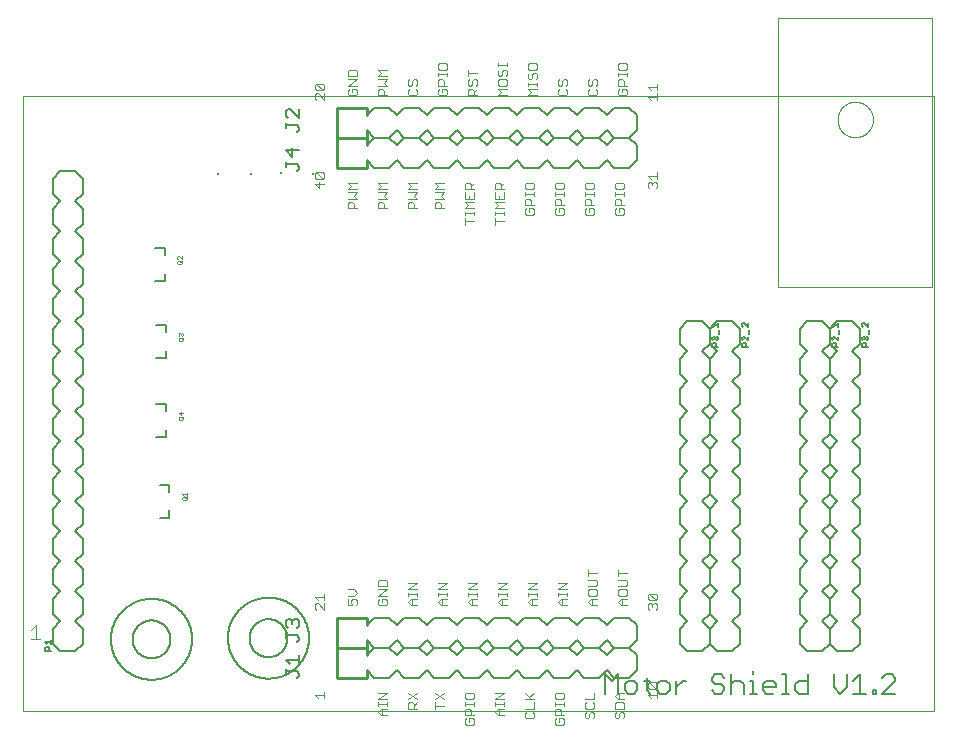
<source format=gto>
G75*
%MOIN*%
%OFA0B0*%
%FSLAX25Y25*%
%IPPOS*%
%LPD*%
%AMOC8*
5,1,8,0,0,1.08239X$1,22.5*
%
%ADD10C,0.00000*%
%ADD11C,0.00400*%
%ADD12C,0.00600*%
%ADD13C,0.00800*%
%ADD14C,0.00500*%
%ADD15R,0.00787X0.00787*%
%ADD16C,0.00900*%
%ADD17C,0.00300*%
%ADD18C,0.00100*%
D10*
X0002194Y0006842D02*
X0002194Y0211802D01*
X0305894Y0211802D01*
X0305894Y0006842D01*
X0002194Y0006842D01*
X0253965Y0148180D02*
X0305343Y0148180D01*
X0305343Y0237944D01*
X0253965Y0237944D01*
X0253965Y0148180D01*
X0273768Y0204086D02*
X0273770Y0204239D01*
X0273776Y0204393D01*
X0273786Y0204546D01*
X0273800Y0204698D01*
X0273818Y0204851D01*
X0273840Y0205002D01*
X0273865Y0205153D01*
X0273895Y0205304D01*
X0273929Y0205454D01*
X0273966Y0205602D01*
X0274007Y0205750D01*
X0274052Y0205896D01*
X0274101Y0206042D01*
X0274154Y0206186D01*
X0274210Y0206328D01*
X0274270Y0206469D01*
X0274334Y0206609D01*
X0274401Y0206747D01*
X0274472Y0206883D01*
X0274547Y0207017D01*
X0274624Y0207149D01*
X0274706Y0207279D01*
X0274790Y0207407D01*
X0274878Y0207533D01*
X0274969Y0207656D01*
X0275063Y0207777D01*
X0275161Y0207895D01*
X0275261Y0208011D01*
X0275365Y0208124D01*
X0275471Y0208235D01*
X0275580Y0208343D01*
X0275692Y0208448D01*
X0275806Y0208549D01*
X0275924Y0208648D01*
X0276043Y0208744D01*
X0276165Y0208837D01*
X0276290Y0208926D01*
X0276417Y0209013D01*
X0276546Y0209095D01*
X0276677Y0209175D01*
X0276810Y0209251D01*
X0276945Y0209324D01*
X0277082Y0209393D01*
X0277221Y0209458D01*
X0277361Y0209520D01*
X0277503Y0209578D01*
X0277646Y0209633D01*
X0277791Y0209684D01*
X0277937Y0209731D01*
X0278084Y0209774D01*
X0278232Y0209813D01*
X0278381Y0209849D01*
X0278531Y0209880D01*
X0278682Y0209908D01*
X0278833Y0209932D01*
X0278986Y0209952D01*
X0279138Y0209968D01*
X0279291Y0209980D01*
X0279444Y0209988D01*
X0279597Y0209992D01*
X0279751Y0209992D01*
X0279904Y0209988D01*
X0280057Y0209980D01*
X0280210Y0209968D01*
X0280362Y0209952D01*
X0280515Y0209932D01*
X0280666Y0209908D01*
X0280817Y0209880D01*
X0280967Y0209849D01*
X0281116Y0209813D01*
X0281264Y0209774D01*
X0281411Y0209731D01*
X0281557Y0209684D01*
X0281702Y0209633D01*
X0281845Y0209578D01*
X0281987Y0209520D01*
X0282127Y0209458D01*
X0282266Y0209393D01*
X0282403Y0209324D01*
X0282538Y0209251D01*
X0282671Y0209175D01*
X0282802Y0209095D01*
X0282931Y0209013D01*
X0283058Y0208926D01*
X0283183Y0208837D01*
X0283305Y0208744D01*
X0283424Y0208648D01*
X0283542Y0208549D01*
X0283656Y0208448D01*
X0283768Y0208343D01*
X0283877Y0208235D01*
X0283983Y0208124D01*
X0284087Y0208011D01*
X0284187Y0207895D01*
X0284285Y0207777D01*
X0284379Y0207656D01*
X0284470Y0207533D01*
X0284558Y0207407D01*
X0284642Y0207279D01*
X0284724Y0207149D01*
X0284801Y0207017D01*
X0284876Y0206883D01*
X0284947Y0206747D01*
X0285014Y0206609D01*
X0285078Y0206469D01*
X0285138Y0206328D01*
X0285194Y0206186D01*
X0285247Y0206042D01*
X0285296Y0205896D01*
X0285341Y0205750D01*
X0285382Y0205602D01*
X0285419Y0205454D01*
X0285453Y0205304D01*
X0285483Y0205153D01*
X0285508Y0205002D01*
X0285530Y0204851D01*
X0285548Y0204698D01*
X0285562Y0204546D01*
X0285572Y0204393D01*
X0285578Y0204239D01*
X0285580Y0204086D01*
X0285578Y0203933D01*
X0285572Y0203779D01*
X0285562Y0203626D01*
X0285548Y0203474D01*
X0285530Y0203321D01*
X0285508Y0203170D01*
X0285483Y0203019D01*
X0285453Y0202868D01*
X0285419Y0202718D01*
X0285382Y0202570D01*
X0285341Y0202422D01*
X0285296Y0202276D01*
X0285247Y0202130D01*
X0285194Y0201986D01*
X0285138Y0201844D01*
X0285078Y0201703D01*
X0285014Y0201563D01*
X0284947Y0201425D01*
X0284876Y0201289D01*
X0284801Y0201155D01*
X0284724Y0201023D01*
X0284642Y0200893D01*
X0284558Y0200765D01*
X0284470Y0200639D01*
X0284379Y0200516D01*
X0284285Y0200395D01*
X0284187Y0200277D01*
X0284087Y0200161D01*
X0283983Y0200048D01*
X0283877Y0199937D01*
X0283768Y0199829D01*
X0283656Y0199724D01*
X0283542Y0199623D01*
X0283424Y0199524D01*
X0283305Y0199428D01*
X0283183Y0199335D01*
X0283058Y0199246D01*
X0282931Y0199159D01*
X0282802Y0199077D01*
X0282671Y0198997D01*
X0282538Y0198921D01*
X0282403Y0198848D01*
X0282266Y0198779D01*
X0282127Y0198714D01*
X0281987Y0198652D01*
X0281845Y0198594D01*
X0281702Y0198539D01*
X0281557Y0198488D01*
X0281411Y0198441D01*
X0281264Y0198398D01*
X0281116Y0198359D01*
X0280967Y0198323D01*
X0280817Y0198292D01*
X0280666Y0198264D01*
X0280515Y0198240D01*
X0280362Y0198220D01*
X0280210Y0198204D01*
X0280057Y0198192D01*
X0279904Y0198184D01*
X0279751Y0198180D01*
X0279597Y0198180D01*
X0279444Y0198184D01*
X0279291Y0198192D01*
X0279138Y0198204D01*
X0278986Y0198220D01*
X0278833Y0198240D01*
X0278682Y0198264D01*
X0278531Y0198292D01*
X0278381Y0198323D01*
X0278232Y0198359D01*
X0278084Y0198398D01*
X0277937Y0198441D01*
X0277791Y0198488D01*
X0277646Y0198539D01*
X0277503Y0198594D01*
X0277361Y0198652D01*
X0277221Y0198714D01*
X0277082Y0198779D01*
X0276945Y0198848D01*
X0276810Y0198921D01*
X0276677Y0198997D01*
X0276546Y0199077D01*
X0276417Y0199159D01*
X0276290Y0199246D01*
X0276165Y0199335D01*
X0276043Y0199428D01*
X0275924Y0199524D01*
X0275806Y0199623D01*
X0275692Y0199724D01*
X0275580Y0199829D01*
X0275471Y0199937D01*
X0275365Y0200048D01*
X0275261Y0200161D01*
X0275161Y0200277D01*
X0275063Y0200395D01*
X0274969Y0200516D01*
X0274878Y0200639D01*
X0274790Y0200765D01*
X0274706Y0200893D01*
X0274624Y0201023D01*
X0274547Y0201155D01*
X0274472Y0201289D01*
X0274401Y0201425D01*
X0274334Y0201563D01*
X0274270Y0201703D01*
X0274210Y0201844D01*
X0274154Y0201986D01*
X0274101Y0202130D01*
X0274052Y0202276D01*
X0274007Y0202422D01*
X0273966Y0202570D01*
X0273929Y0202718D01*
X0273895Y0202868D01*
X0273865Y0203019D01*
X0273840Y0203170D01*
X0273818Y0203321D01*
X0273800Y0203474D01*
X0273786Y0203626D01*
X0273776Y0203779D01*
X0273770Y0203933D01*
X0273768Y0204086D01*
D11*
X0006450Y0035457D02*
X0006450Y0030853D01*
X0004916Y0030853D02*
X0007985Y0030853D01*
X0004916Y0033922D02*
X0006450Y0035457D01*
D12*
X0031607Y0030857D02*
X0031611Y0031188D01*
X0031623Y0031519D01*
X0031644Y0031850D01*
X0031672Y0032180D01*
X0031709Y0032510D01*
X0031753Y0032838D01*
X0031806Y0033165D01*
X0031866Y0033491D01*
X0031935Y0033815D01*
X0032012Y0034137D01*
X0032096Y0034458D01*
X0032188Y0034776D01*
X0032288Y0035092D01*
X0032396Y0035405D01*
X0032512Y0035716D01*
X0032635Y0036023D01*
X0032765Y0036328D01*
X0032903Y0036629D01*
X0033048Y0036927D01*
X0033201Y0037221D01*
X0033361Y0037511D01*
X0033528Y0037797D01*
X0033701Y0038079D01*
X0033882Y0038357D01*
X0034070Y0038630D01*
X0034264Y0038899D01*
X0034464Y0039163D01*
X0034671Y0039421D01*
X0034885Y0039675D01*
X0035104Y0039923D01*
X0035330Y0040166D01*
X0035561Y0040403D01*
X0035798Y0040634D01*
X0036041Y0040860D01*
X0036289Y0041079D01*
X0036543Y0041293D01*
X0036801Y0041500D01*
X0037065Y0041700D01*
X0037334Y0041894D01*
X0037607Y0042082D01*
X0037885Y0042263D01*
X0038167Y0042436D01*
X0038453Y0042603D01*
X0038743Y0042763D01*
X0039037Y0042916D01*
X0039335Y0043061D01*
X0039636Y0043199D01*
X0039941Y0043329D01*
X0040248Y0043452D01*
X0040559Y0043568D01*
X0040872Y0043676D01*
X0041188Y0043776D01*
X0041506Y0043868D01*
X0041827Y0043952D01*
X0042149Y0044029D01*
X0042473Y0044098D01*
X0042799Y0044158D01*
X0043126Y0044211D01*
X0043454Y0044255D01*
X0043784Y0044292D01*
X0044114Y0044320D01*
X0044445Y0044341D01*
X0044776Y0044353D01*
X0045107Y0044357D01*
X0045438Y0044353D01*
X0045769Y0044341D01*
X0046100Y0044320D01*
X0046430Y0044292D01*
X0046760Y0044255D01*
X0047088Y0044211D01*
X0047415Y0044158D01*
X0047741Y0044098D01*
X0048065Y0044029D01*
X0048387Y0043952D01*
X0048708Y0043868D01*
X0049026Y0043776D01*
X0049342Y0043676D01*
X0049655Y0043568D01*
X0049966Y0043452D01*
X0050273Y0043329D01*
X0050578Y0043199D01*
X0050879Y0043061D01*
X0051177Y0042916D01*
X0051471Y0042763D01*
X0051761Y0042603D01*
X0052047Y0042436D01*
X0052329Y0042263D01*
X0052607Y0042082D01*
X0052880Y0041894D01*
X0053149Y0041700D01*
X0053413Y0041500D01*
X0053671Y0041293D01*
X0053925Y0041079D01*
X0054173Y0040860D01*
X0054416Y0040634D01*
X0054653Y0040403D01*
X0054884Y0040166D01*
X0055110Y0039923D01*
X0055329Y0039675D01*
X0055543Y0039421D01*
X0055750Y0039163D01*
X0055950Y0038899D01*
X0056144Y0038630D01*
X0056332Y0038357D01*
X0056513Y0038079D01*
X0056686Y0037797D01*
X0056853Y0037511D01*
X0057013Y0037221D01*
X0057166Y0036927D01*
X0057311Y0036629D01*
X0057449Y0036328D01*
X0057579Y0036023D01*
X0057702Y0035716D01*
X0057818Y0035405D01*
X0057926Y0035092D01*
X0058026Y0034776D01*
X0058118Y0034458D01*
X0058202Y0034137D01*
X0058279Y0033815D01*
X0058348Y0033491D01*
X0058408Y0033165D01*
X0058461Y0032838D01*
X0058505Y0032510D01*
X0058542Y0032180D01*
X0058570Y0031850D01*
X0058591Y0031519D01*
X0058603Y0031188D01*
X0058607Y0030857D01*
X0058603Y0030526D01*
X0058591Y0030195D01*
X0058570Y0029864D01*
X0058542Y0029534D01*
X0058505Y0029204D01*
X0058461Y0028876D01*
X0058408Y0028549D01*
X0058348Y0028223D01*
X0058279Y0027899D01*
X0058202Y0027577D01*
X0058118Y0027256D01*
X0058026Y0026938D01*
X0057926Y0026622D01*
X0057818Y0026309D01*
X0057702Y0025998D01*
X0057579Y0025691D01*
X0057449Y0025386D01*
X0057311Y0025085D01*
X0057166Y0024787D01*
X0057013Y0024493D01*
X0056853Y0024203D01*
X0056686Y0023917D01*
X0056513Y0023635D01*
X0056332Y0023357D01*
X0056144Y0023084D01*
X0055950Y0022815D01*
X0055750Y0022551D01*
X0055543Y0022293D01*
X0055329Y0022039D01*
X0055110Y0021791D01*
X0054884Y0021548D01*
X0054653Y0021311D01*
X0054416Y0021080D01*
X0054173Y0020854D01*
X0053925Y0020635D01*
X0053671Y0020421D01*
X0053413Y0020214D01*
X0053149Y0020014D01*
X0052880Y0019820D01*
X0052607Y0019632D01*
X0052329Y0019451D01*
X0052047Y0019278D01*
X0051761Y0019111D01*
X0051471Y0018951D01*
X0051177Y0018798D01*
X0050879Y0018653D01*
X0050578Y0018515D01*
X0050273Y0018385D01*
X0049966Y0018262D01*
X0049655Y0018146D01*
X0049342Y0018038D01*
X0049026Y0017938D01*
X0048708Y0017846D01*
X0048387Y0017762D01*
X0048065Y0017685D01*
X0047741Y0017616D01*
X0047415Y0017556D01*
X0047088Y0017503D01*
X0046760Y0017459D01*
X0046430Y0017422D01*
X0046100Y0017394D01*
X0045769Y0017373D01*
X0045438Y0017361D01*
X0045107Y0017357D01*
X0044776Y0017361D01*
X0044445Y0017373D01*
X0044114Y0017394D01*
X0043784Y0017422D01*
X0043454Y0017459D01*
X0043126Y0017503D01*
X0042799Y0017556D01*
X0042473Y0017616D01*
X0042149Y0017685D01*
X0041827Y0017762D01*
X0041506Y0017846D01*
X0041188Y0017938D01*
X0040872Y0018038D01*
X0040559Y0018146D01*
X0040248Y0018262D01*
X0039941Y0018385D01*
X0039636Y0018515D01*
X0039335Y0018653D01*
X0039037Y0018798D01*
X0038743Y0018951D01*
X0038453Y0019111D01*
X0038167Y0019278D01*
X0037885Y0019451D01*
X0037607Y0019632D01*
X0037334Y0019820D01*
X0037065Y0020014D01*
X0036801Y0020214D01*
X0036543Y0020421D01*
X0036289Y0020635D01*
X0036041Y0020854D01*
X0035798Y0021080D01*
X0035561Y0021311D01*
X0035330Y0021548D01*
X0035104Y0021791D01*
X0034885Y0022039D01*
X0034671Y0022293D01*
X0034464Y0022551D01*
X0034264Y0022815D01*
X0034070Y0023084D01*
X0033882Y0023357D01*
X0033701Y0023635D01*
X0033528Y0023917D01*
X0033361Y0024203D01*
X0033201Y0024493D01*
X0033048Y0024787D01*
X0032903Y0025085D01*
X0032765Y0025386D01*
X0032635Y0025691D01*
X0032512Y0025998D01*
X0032396Y0026309D01*
X0032288Y0026622D01*
X0032188Y0026938D01*
X0032096Y0027256D01*
X0032012Y0027577D01*
X0031935Y0027899D01*
X0031866Y0028223D01*
X0031806Y0028549D01*
X0031753Y0028876D01*
X0031709Y0029204D01*
X0031672Y0029534D01*
X0031644Y0029864D01*
X0031623Y0030195D01*
X0031611Y0030526D01*
X0031607Y0030857D01*
X0070583Y0031251D02*
X0070587Y0031582D01*
X0070599Y0031913D01*
X0070620Y0032244D01*
X0070648Y0032574D01*
X0070685Y0032904D01*
X0070729Y0033232D01*
X0070782Y0033559D01*
X0070842Y0033885D01*
X0070911Y0034209D01*
X0070988Y0034531D01*
X0071072Y0034852D01*
X0071164Y0035170D01*
X0071264Y0035486D01*
X0071372Y0035799D01*
X0071488Y0036110D01*
X0071611Y0036417D01*
X0071741Y0036722D01*
X0071879Y0037023D01*
X0072024Y0037321D01*
X0072177Y0037615D01*
X0072337Y0037905D01*
X0072504Y0038191D01*
X0072677Y0038473D01*
X0072858Y0038751D01*
X0073046Y0039024D01*
X0073240Y0039293D01*
X0073440Y0039557D01*
X0073647Y0039815D01*
X0073861Y0040069D01*
X0074080Y0040317D01*
X0074306Y0040560D01*
X0074537Y0040797D01*
X0074774Y0041028D01*
X0075017Y0041254D01*
X0075265Y0041473D01*
X0075519Y0041687D01*
X0075777Y0041894D01*
X0076041Y0042094D01*
X0076310Y0042288D01*
X0076583Y0042476D01*
X0076861Y0042657D01*
X0077143Y0042830D01*
X0077429Y0042997D01*
X0077719Y0043157D01*
X0078013Y0043310D01*
X0078311Y0043455D01*
X0078612Y0043593D01*
X0078917Y0043723D01*
X0079224Y0043846D01*
X0079535Y0043962D01*
X0079848Y0044070D01*
X0080164Y0044170D01*
X0080482Y0044262D01*
X0080803Y0044346D01*
X0081125Y0044423D01*
X0081449Y0044492D01*
X0081775Y0044552D01*
X0082102Y0044605D01*
X0082430Y0044649D01*
X0082760Y0044686D01*
X0083090Y0044714D01*
X0083421Y0044735D01*
X0083752Y0044747D01*
X0084083Y0044751D01*
X0084414Y0044747D01*
X0084745Y0044735D01*
X0085076Y0044714D01*
X0085406Y0044686D01*
X0085736Y0044649D01*
X0086064Y0044605D01*
X0086391Y0044552D01*
X0086717Y0044492D01*
X0087041Y0044423D01*
X0087363Y0044346D01*
X0087684Y0044262D01*
X0088002Y0044170D01*
X0088318Y0044070D01*
X0088631Y0043962D01*
X0088942Y0043846D01*
X0089249Y0043723D01*
X0089554Y0043593D01*
X0089855Y0043455D01*
X0090153Y0043310D01*
X0090447Y0043157D01*
X0090737Y0042997D01*
X0091023Y0042830D01*
X0091305Y0042657D01*
X0091583Y0042476D01*
X0091856Y0042288D01*
X0092125Y0042094D01*
X0092389Y0041894D01*
X0092647Y0041687D01*
X0092901Y0041473D01*
X0093149Y0041254D01*
X0093392Y0041028D01*
X0093629Y0040797D01*
X0093860Y0040560D01*
X0094086Y0040317D01*
X0094305Y0040069D01*
X0094519Y0039815D01*
X0094726Y0039557D01*
X0094926Y0039293D01*
X0095120Y0039024D01*
X0095308Y0038751D01*
X0095489Y0038473D01*
X0095662Y0038191D01*
X0095829Y0037905D01*
X0095989Y0037615D01*
X0096142Y0037321D01*
X0096287Y0037023D01*
X0096425Y0036722D01*
X0096555Y0036417D01*
X0096678Y0036110D01*
X0096794Y0035799D01*
X0096902Y0035486D01*
X0097002Y0035170D01*
X0097094Y0034852D01*
X0097178Y0034531D01*
X0097255Y0034209D01*
X0097324Y0033885D01*
X0097384Y0033559D01*
X0097437Y0033232D01*
X0097481Y0032904D01*
X0097518Y0032574D01*
X0097546Y0032244D01*
X0097567Y0031913D01*
X0097579Y0031582D01*
X0097583Y0031251D01*
X0097579Y0030920D01*
X0097567Y0030589D01*
X0097546Y0030258D01*
X0097518Y0029928D01*
X0097481Y0029598D01*
X0097437Y0029270D01*
X0097384Y0028943D01*
X0097324Y0028617D01*
X0097255Y0028293D01*
X0097178Y0027971D01*
X0097094Y0027650D01*
X0097002Y0027332D01*
X0096902Y0027016D01*
X0096794Y0026703D01*
X0096678Y0026392D01*
X0096555Y0026085D01*
X0096425Y0025780D01*
X0096287Y0025479D01*
X0096142Y0025181D01*
X0095989Y0024887D01*
X0095829Y0024597D01*
X0095662Y0024311D01*
X0095489Y0024029D01*
X0095308Y0023751D01*
X0095120Y0023478D01*
X0094926Y0023209D01*
X0094726Y0022945D01*
X0094519Y0022687D01*
X0094305Y0022433D01*
X0094086Y0022185D01*
X0093860Y0021942D01*
X0093629Y0021705D01*
X0093392Y0021474D01*
X0093149Y0021248D01*
X0092901Y0021029D01*
X0092647Y0020815D01*
X0092389Y0020608D01*
X0092125Y0020408D01*
X0091856Y0020214D01*
X0091583Y0020026D01*
X0091305Y0019845D01*
X0091023Y0019672D01*
X0090737Y0019505D01*
X0090447Y0019345D01*
X0090153Y0019192D01*
X0089855Y0019047D01*
X0089554Y0018909D01*
X0089249Y0018779D01*
X0088942Y0018656D01*
X0088631Y0018540D01*
X0088318Y0018432D01*
X0088002Y0018332D01*
X0087684Y0018240D01*
X0087363Y0018156D01*
X0087041Y0018079D01*
X0086717Y0018010D01*
X0086391Y0017950D01*
X0086064Y0017897D01*
X0085736Y0017853D01*
X0085406Y0017816D01*
X0085076Y0017788D01*
X0084745Y0017767D01*
X0084414Y0017755D01*
X0084083Y0017751D01*
X0083752Y0017755D01*
X0083421Y0017767D01*
X0083090Y0017788D01*
X0082760Y0017816D01*
X0082430Y0017853D01*
X0082102Y0017897D01*
X0081775Y0017950D01*
X0081449Y0018010D01*
X0081125Y0018079D01*
X0080803Y0018156D01*
X0080482Y0018240D01*
X0080164Y0018332D01*
X0079848Y0018432D01*
X0079535Y0018540D01*
X0079224Y0018656D01*
X0078917Y0018779D01*
X0078612Y0018909D01*
X0078311Y0019047D01*
X0078013Y0019192D01*
X0077719Y0019345D01*
X0077429Y0019505D01*
X0077143Y0019672D01*
X0076861Y0019845D01*
X0076583Y0020026D01*
X0076310Y0020214D01*
X0076041Y0020408D01*
X0075777Y0020608D01*
X0075519Y0020815D01*
X0075265Y0021029D01*
X0075017Y0021248D01*
X0074774Y0021474D01*
X0074537Y0021705D01*
X0074306Y0021942D01*
X0074080Y0022185D01*
X0073861Y0022433D01*
X0073647Y0022687D01*
X0073440Y0022945D01*
X0073240Y0023209D01*
X0073046Y0023478D01*
X0072858Y0023751D01*
X0072677Y0024029D01*
X0072504Y0024311D01*
X0072337Y0024597D01*
X0072177Y0024887D01*
X0072024Y0025181D01*
X0071879Y0025479D01*
X0071741Y0025780D01*
X0071611Y0026085D01*
X0071488Y0026392D01*
X0071372Y0026703D01*
X0071264Y0027016D01*
X0071164Y0027332D01*
X0071072Y0027650D01*
X0070988Y0027971D01*
X0070911Y0028293D01*
X0070842Y0028617D01*
X0070782Y0028943D01*
X0070729Y0029270D01*
X0070685Y0029598D01*
X0070648Y0029928D01*
X0070620Y0030258D01*
X0070599Y0030589D01*
X0070587Y0030920D01*
X0070583Y0031251D01*
X0196332Y0019122D02*
X0196332Y0012716D01*
X0200602Y0012716D02*
X0200602Y0019122D01*
X0198467Y0016987D01*
X0196332Y0019122D01*
X0202777Y0015919D02*
X0202777Y0013784D01*
X0203845Y0012716D01*
X0205980Y0012716D01*
X0207048Y0013784D01*
X0207048Y0015919D01*
X0205980Y0016987D01*
X0203845Y0016987D01*
X0202777Y0015919D01*
X0209223Y0016987D02*
X0211358Y0016987D01*
X0210290Y0018054D02*
X0210290Y0013784D01*
X0211358Y0012716D01*
X0213520Y0013784D02*
X0214587Y0012716D01*
X0216723Y0012716D01*
X0217790Y0013784D01*
X0217790Y0015919D01*
X0216723Y0016987D01*
X0214587Y0016987D01*
X0213520Y0015919D01*
X0213520Y0013784D01*
X0219965Y0012716D02*
X0219965Y0016987D01*
X0219965Y0014852D02*
X0222101Y0016987D01*
X0223168Y0016987D01*
X0231782Y0016987D02*
X0232850Y0015919D01*
X0234985Y0015919D01*
X0236052Y0014852D01*
X0236052Y0013784D01*
X0234985Y0012716D01*
X0232850Y0012716D01*
X0231782Y0013784D01*
X0231782Y0016987D02*
X0231782Y0018054D01*
X0232850Y0019122D01*
X0234985Y0019122D01*
X0236052Y0018054D01*
X0238228Y0019122D02*
X0238228Y0012716D01*
X0238228Y0015919D02*
X0239295Y0016987D01*
X0241430Y0016987D01*
X0242498Y0015919D01*
X0242498Y0012716D01*
X0244673Y0012716D02*
X0246808Y0012716D01*
X0245741Y0012716D02*
X0245741Y0016987D01*
X0244673Y0016987D01*
X0245741Y0019122D02*
X0245741Y0020190D01*
X0248970Y0015919D02*
X0250038Y0016987D01*
X0252173Y0016987D01*
X0253240Y0015919D01*
X0253240Y0014852D01*
X0248970Y0014852D01*
X0248970Y0015919D02*
X0248970Y0013784D01*
X0250038Y0012716D01*
X0252173Y0012716D01*
X0255416Y0012716D02*
X0257551Y0012716D01*
X0256483Y0012716D02*
X0256483Y0019122D01*
X0255416Y0019122D01*
X0259713Y0015919D02*
X0260780Y0016987D01*
X0263983Y0016987D01*
X0263983Y0019122D02*
X0263983Y0012716D01*
X0260780Y0012716D01*
X0259713Y0013784D01*
X0259713Y0015919D01*
X0272604Y0014852D02*
X0274739Y0012716D01*
X0276874Y0014852D01*
X0276874Y0019122D01*
X0279049Y0016987D02*
X0281184Y0019122D01*
X0281184Y0012716D01*
X0279049Y0012716D02*
X0283319Y0012716D01*
X0285495Y0012716D02*
X0286562Y0012716D01*
X0286562Y0013784D01*
X0285495Y0013784D01*
X0285495Y0012716D01*
X0288717Y0012716D02*
X0292988Y0016987D01*
X0292988Y0018054D01*
X0291920Y0019122D01*
X0289785Y0019122D01*
X0288717Y0018054D01*
X0288717Y0012716D02*
X0292988Y0012716D01*
X0272604Y0014852D02*
X0272604Y0019122D01*
D13*
X0273694Y0026842D02*
X0271194Y0029342D01*
X0271194Y0034342D01*
X0273694Y0036842D01*
X0271194Y0039342D01*
X0271194Y0044342D01*
X0273694Y0046842D01*
X0271194Y0049342D01*
X0271194Y0054342D01*
X0273694Y0056842D01*
X0271194Y0059342D01*
X0271194Y0064342D01*
X0273694Y0066842D01*
X0271194Y0069342D01*
X0271194Y0074342D01*
X0273694Y0076842D01*
X0271194Y0079342D01*
X0271194Y0084342D01*
X0273694Y0086842D01*
X0271194Y0089342D01*
X0271194Y0094342D01*
X0273694Y0096842D01*
X0271194Y0099342D01*
X0271194Y0104342D01*
X0273694Y0106842D01*
X0271194Y0109342D01*
X0271194Y0114342D01*
X0273694Y0116842D01*
X0271194Y0119342D01*
X0271194Y0124342D01*
X0273694Y0126842D01*
X0271194Y0129342D01*
X0271194Y0134342D01*
X0273694Y0136842D01*
X0278694Y0136842D01*
X0281194Y0134342D01*
X0281194Y0129342D01*
X0278694Y0126842D01*
X0281194Y0124342D01*
X0281194Y0119342D01*
X0278694Y0116842D01*
X0281194Y0114342D01*
X0281194Y0109342D01*
X0278694Y0106842D01*
X0281194Y0104342D01*
X0281194Y0099342D01*
X0278694Y0096842D01*
X0281194Y0094342D01*
X0281194Y0089342D01*
X0278694Y0086842D01*
X0281194Y0084342D01*
X0281194Y0079342D01*
X0278694Y0076842D01*
X0281194Y0074342D01*
X0281194Y0069342D01*
X0278694Y0066842D01*
X0281194Y0064342D01*
X0281194Y0059342D01*
X0278694Y0056842D01*
X0281194Y0054342D01*
X0281194Y0049342D01*
X0278694Y0046842D01*
X0281194Y0044342D01*
X0281194Y0039342D01*
X0278694Y0036842D01*
X0281194Y0034342D01*
X0281194Y0029342D01*
X0278694Y0026842D01*
X0273694Y0026842D01*
X0271194Y0029342D02*
X0268694Y0026842D01*
X0263694Y0026842D01*
X0261194Y0029342D01*
X0261194Y0034342D01*
X0263694Y0036842D01*
X0261194Y0039342D01*
X0261194Y0044342D01*
X0263694Y0046842D01*
X0261194Y0049342D01*
X0261194Y0054342D01*
X0263694Y0056842D01*
X0261194Y0059342D01*
X0261194Y0064342D01*
X0263694Y0066842D01*
X0261194Y0069342D01*
X0261194Y0074342D01*
X0263694Y0076842D01*
X0261194Y0079342D01*
X0261194Y0084342D01*
X0263694Y0086842D01*
X0261194Y0089342D01*
X0261194Y0094342D01*
X0263694Y0096842D01*
X0261194Y0099342D01*
X0261194Y0104342D01*
X0263694Y0106842D01*
X0261194Y0109342D01*
X0261194Y0114342D01*
X0263694Y0116842D01*
X0261194Y0119342D01*
X0261194Y0124342D01*
X0263694Y0126842D01*
X0261194Y0129342D01*
X0261194Y0134342D01*
X0263694Y0136842D01*
X0268694Y0136842D01*
X0271194Y0134342D01*
X0271194Y0129342D01*
X0268694Y0126842D01*
X0271194Y0124342D01*
X0271194Y0119342D01*
X0268694Y0116842D01*
X0271194Y0114342D01*
X0271194Y0109342D01*
X0268694Y0106842D01*
X0271194Y0104342D01*
X0271194Y0099342D01*
X0268694Y0096842D01*
X0271194Y0094342D01*
X0271194Y0089342D01*
X0268694Y0086842D01*
X0271194Y0084342D01*
X0271194Y0079342D01*
X0268694Y0076842D01*
X0271194Y0074342D01*
X0271194Y0069342D01*
X0268694Y0066842D01*
X0271194Y0064342D01*
X0271194Y0059342D01*
X0268694Y0056842D01*
X0271194Y0054342D01*
X0271194Y0049342D01*
X0268694Y0046842D01*
X0271194Y0044342D01*
X0271194Y0039342D01*
X0268694Y0036842D01*
X0271194Y0034342D01*
X0271194Y0029342D01*
X0241194Y0029342D02*
X0238694Y0026842D01*
X0233694Y0026842D01*
X0231194Y0029342D01*
X0231194Y0034342D01*
X0233694Y0036842D01*
X0231194Y0039342D01*
X0231194Y0044342D01*
X0233694Y0046842D01*
X0231194Y0049342D01*
X0231194Y0054342D01*
X0233694Y0056842D01*
X0231194Y0059342D01*
X0231194Y0064342D01*
X0233694Y0066842D01*
X0231194Y0069342D01*
X0231194Y0074342D01*
X0233694Y0076842D01*
X0231194Y0079342D01*
X0231194Y0084342D01*
X0233694Y0086842D01*
X0231194Y0089342D01*
X0231194Y0094342D01*
X0233694Y0096842D01*
X0231194Y0099342D01*
X0231194Y0104342D01*
X0233694Y0106842D01*
X0231194Y0109342D01*
X0231194Y0114342D01*
X0233694Y0116842D01*
X0231194Y0119342D01*
X0231194Y0124342D01*
X0233694Y0126842D01*
X0231194Y0129342D01*
X0231194Y0134342D01*
X0233694Y0136842D01*
X0238694Y0136842D01*
X0241194Y0134342D01*
X0241194Y0129342D01*
X0238694Y0126842D01*
X0241194Y0124342D01*
X0241194Y0119342D01*
X0238694Y0116842D01*
X0241194Y0114342D01*
X0241194Y0109342D01*
X0238694Y0106842D01*
X0241194Y0104342D01*
X0241194Y0099342D01*
X0238694Y0096842D01*
X0241194Y0094342D01*
X0241194Y0089342D01*
X0238694Y0086842D01*
X0241194Y0084342D01*
X0241194Y0079342D01*
X0238694Y0076842D01*
X0241194Y0074342D01*
X0241194Y0069342D01*
X0238694Y0066842D01*
X0241194Y0064342D01*
X0241194Y0059342D01*
X0238694Y0056842D01*
X0241194Y0054342D01*
X0241194Y0049342D01*
X0238694Y0046842D01*
X0241194Y0044342D01*
X0241194Y0039342D01*
X0238694Y0036842D01*
X0241194Y0034342D01*
X0241194Y0029342D01*
X0231194Y0029342D02*
X0228694Y0026842D01*
X0223694Y0026842D01*
X0221194Y0029342D01*
X0221194Y0034342D01*
X0223694Y0036842D01*
X0221194Y0039342D01*
X0221194Y0044342D01*
X0223694Y0046842D01*
X0221194Y0049342D01*
X0221194Y0054342D01*
X0223694Y0056842D01*
X0221194Y0059342D01*
X0221194Y0064342D01*
X0223694Y0066842D01*
X0221194Y0069342D01*
X0221194Y0074342D01*
X0223694Y0076842D01*
X0221194Y0079342D01*
X0221194Y0084342D01*
X0223694Y0086842D01*
X0221194Y0089342D01*
X0221194Y0094342D01*
X0223694Y0096842D01*
X0221194Y0099342D01*
X0221194Y0104342D01*
X0223694Y0106842D01*
X0221194Y0109342D01*
X0221194Y0114342D01*
X0223694Y0116842D01*
X0221194Y0119342D01*
X0221194Y0124342D01*
X0223694Y0126842D01*
X0221194Y0129342D01*
X0221194Y0134342D01*
X0223694Y0136842D01*
X0228694Y0136842D01*
X0231194Y0134342D01*
X0231194Y0129342D01*
X0228694Y0126842D01*
X0231194Y0124342D01*
X0231194Y0119342D01*
X0228694Y0116842D01*
X0231194Y0114342D01*
X0231194Y0109342D01*
X0228694Y0106842D01*
X0231194Y0104342D01*
X0231194Y0099342D01*
X0228694Y0096842D01*
X0231194Y0094342D01*
X0231194Y0089342D01*
X0228694Y0086842D01*
X0231194Y0084342D01*
X0231194Y0079342D01*
X0228694Y0076842D01*
X0231194Y0074342D01*
X0231194Y0069342D01*
X0228694Y0066842D01*
X0231194Y0064342D01*
X0231194Y0059342D01*
X0228694Y0056842D01*
X0231194Y0054342D01*
X0231194Y0049342D01*
X0228694Y0046842D01*
X0231194Y0044342D01*
X0231194Y0039342D01*
X0228694Y0036842D01*
X0231194Y0034342D01*
X0231194Y0029342D01*
X0206800Y0030483D02*
X0204300Y0027983D01*
X0199300Y0027983D01*
X0196800Y0030483D01*
X0194300Y0027983D01*
X0189300Y0027983D01*
X0186800Y0030483D01*
X0184300Y0027983D01*
X0179300Y0027983D01*
X0176800Y0030483D01*
X0174300Y0027983D01*
X0169300Y0027983D01*
X0166800Y0030483D01*
X0164300Y0027983D01*
X0159300Y0027983D01*
X0156800Y0030483D01*
X0154300Y0027983D01*
X0149300Y0027983D01*
X0146800Y0030483D01*
X0144300Y0027983D01*
X0139300Y0027983D01*
X0136800Y0030483D01*
X0134300Y0027983D01*
X0129300Y0027983D01*
X0126800Y0030483D01*
X0124300Y0027983D01*
X0119300Y0027983D01*
X0116800Y0030483D01*
X0119300Y0027983D02*
X0116800Y0025483D01*
X0116800Y0020483D02*
X0119300Y0017983D01*
X0124300Y0017983D01*
X0126800Y0020483D01*
X0129300Y0017983D01*
X0134300Y0017983D01*
X0136800Y0020483D01*
X0139300Y0017983D01*
X0144300Y0017983D01*
X0146800Y0020483D01*
X0149300Y0017983D01*
X0154300Y0017983D01*
X0156800Y0020483D01*
X0159300Y0017983D01*
X0164300Y0017983D01*
X0166800Y0020483D01*
X0169300Y0017983D01*
X0174300Y0017983D01*
X0176800Y0020483D01*
X0179300Y0017983D01*
X0184300Y0017983D01*
X0186800Y0020483D01*
X0189300Y0017983D01*
X0194300Y0017983D01*
X0196800Y0020483D01*
X0199300Y0017983D01*
X0204300Y0017983D01*
X0206800Y0020483D01*
X0206800Y0025483D01*
X0204300Y0027983D01*
X0206800Y0030483D02*
X0206800Y0035483D01*
X0204300Y0037983D01*
X0199300Y0037983D01*
X0196800Y0035483D01*
X0194300Y0037983D01*
X0189300Y0037983D01*
X0186800Y0035483D01*
X0184300Y0037983D01*
X0179300Y0037983D01*
X0176800Y0035483D01*
X0174300Y0037983D01*
X0169300Y0037983D01*
X0166800Y0035483D01*
X0164300Y0037983D01*
X0159300Y0037983D01*
X0156800Y0035483D01*
X0154300Y0037983D01*
X0149300Y0037983D01*
X0146800Y0035483D01*
X0144300Y0037983D01*
X0139300Y0037983D01*
X0136800Y0035483D01*
X0134300Y0037983D01*
X0129300Y0037983D01*
X0126800Y0035483D01*
X0124300Y0037983D01*
X0119300Y0037983D01*
X0116800Y0035483D01*
X0124300Y0027983D02*
X0126800Y0025483D01*
X0129300Y0027983D01*
X0134300Y0027983D02*
X0136800Y0025483D01*
X0139300Y0027983D01*
X0144300Y0027983D02*
X0146800Y0025483D01*
X0149300Y0027983D01*
X0154300Y0027983D02*
X0156800Y0025483D01*
X0159300Y0027983D01*
X0164300Y0027983D02*
X0166800Y0025483D01*
X0169300Y0027983D01*
X0174300Y0027983D02*
X0176800Y0025483D01*
X0179300Y0027983D01*
X0184300Y0027983D02*
X0186800Y0025483D01*
X0189300Y0027983D01*
X0194300Y0027983D02*
X0196800Y0025483D01*
X0199300Y0027983D01*
X0077784Y0031251D02*
X0077786Y0031409D01*
X0077792Y0031567D01*
X0077802Y0031725D01*
X0077816Y0031883D01*
X0077834Y0032040D01*
X0077855Y0032197D01*
X0077881Y0032353D01*
X0077911Y0032509D01*
X0077944Y0032664D01*
X0077982Y0032817D01*
X0078023Y0032970D01*
X0078068Y0033122D01*
X0078117Y0033273D01*
X0078170Y0033422D01*
X0078226Y0033570D01*
X0078286Y0033716D01*
X0078350Y0033861D01*
X0078418Y0034004D01*
X0078489Y0034146D01*
X0078563Y0034286D01*
X0078641Y0034423D01*
X0078723Y0034559D01*
X0078807Y0034693D01*
X0078896Y0034824D01*
X0078987Y0034953D01*
X0079082Y0035080D01*
X0079179Y0035205D01*
X0079280Y0035327D01*
X0079384Y0035446D01*
X0079491Y0035563D01*
X0079601Y0035677D01*
X0079714Y0035788D01*
X0079829Y0035897D01*
X0079947Y0036002D01*
X0080068Y0036104D01*
X0080191Y0036204D01*
X0080317Y0036300D01*
X0080445Y0036393D01*
X0080575Y0036483D01*
X0080708Y0036569D01*
X0080843Y0036653D01*
X0080979Y0036732D01*
X0081118Y0036809D01*
X0081259Y0036881D01*
X0081401Y0036951D01*
X0081545Y0037016D01*
X0081691Y0037078D01*
X0081838Y0037136D01*
X0081987Y0037191D01*
X0082137Y0037242D01*
X0082288Y0037289D01*
X0082440Y0037332D01*
X0082593Y0037371D01*
X0082748Y0037407D01*
X0082903Y0037438D01*
X0083059Y0037466D01*
X0083215Y0037490D01*
X0083372Y0037510D01*
X0083530Y0037526D01*
X0083687Y0037538D01*
X0083846Y0037546D01*
X0084004Y0037550D01*
X0084162Y0037550D01*
X0084320Y0037546D01*
X0084479Y0037538D01*
X0084636Y0037526D01*
X0084794Y0037510D01*
X0084951Y0037490D01*
X0085107Y0037466D01*
X0085263Y0037438D01*
X0085418Y0037407D01*
X0085573Y0037371D01*
X0085726Y0037332D01*
X0085878Y0037289D01*
X0086029Y0037242D01*
X0086179Y0037191D01*
X0086328Y0037136D01*
X0086475Y0037078D01*
X0086621Y0037016D01*
X0086765Y0036951D01*
X0086907Y0036881D01*
X0087048Y0036809D01*
X0087187Y0036732D01*
X0087323Y0036653D01*
X0087458Y0036569D01*
X0087591Y0036483D01*
X0087721Y0036393D01*
X0087849Y0036300D01*
X0087975Y0036204D01*
X0088098Y0036104D01*
X0088219Y0036002D01*
X0088337Y0035897D01*
X0088452Y0035788D01*
X0088565Y0035677D01*
X0088675Y0035563D01*
X0088782Y0035446D01*
X0088886Y0035327D01*
X0088987Y0035205D01*
X0089084Y0035080D01*
X0089179Y0034953D01*
X0089270Y0034824D01*
X0089359Y0034693D01*
X0089443Y0034559D01*
X0089525Y0034423D01*
X0089603Y0034286D01*
X0089677Y0034146D01*
X0089748Y0034004D01*
X0089816Y0033861D01*
X0089880Y0033716D01*
X0089940Y0033570D01*
X0089996Y0033422D01*
X0090049Y0033273D01*
X0090098Y0033122D01*
X0090143Y0032970D01*
X0090184Y0032817D01*
X0090222Y0032664D01*
X0090255Y0032509D01*
X0090285Y0032353D01*
X0090311Y0032197D01*
X0090332Y0032040D01*
X0090350Y0031883D01*
X0090364Y0031725D01*
X0090374Y0031567D01*
X0090380Y0031409D01*
X0090382Y0031251D01*
X0090380Y0031093D01*
X0090374Y0030935D01*
X0090364Y0030777D01*
X0090350Y0030619D01*
X0090332Y0030462D01*
X0090311Y0030305D01*
X0090285Y0030149D01*
X0090255Y0029993D01*
X0090222Y0029838D01*
X0090184Y0029685D01*
X0090143Y0029532D01*
X0090098Y0029380D01*
X0090049Y0029229D01*
X0089996Y0029080D01*
X0089940Y0028932D01*
X0089880Y0028786D01*
X0089816Y0028641D01*
X0089748Y0028498D01*
X0089677Y0028356D01*
X0089603Y0028216D01*
X0089525Y0028079D01*
X0089443Y0027943D01*
X0089359Y0027809D01*
X0089270Y0027678D01*
X0089179Y0027549D01*
X0089084Y0027422D01*
X0088987Y0027297D01*
X0088886Y0027175D01*
X0088782Y0027056D01*
X0088675Y0026939D01*
X0088565Y0026825D01*
X0088452Y0026714D01*
X0088337Y0026605D01*
X0088219Y0026500D01*
X0088098Y0026398D01*
X0087975Y0026298D01*
X0087849Y0026202D01*
X0087721Y0026109D01*
X0087591Y0026019D01*
X0087458Y0025933D01*
X0087323Y0025849D01*
X0087187Y0025770D01*
X0087048Y0025693D01*
X0086907Y0025621D01*
X0086765Y0025551D01*
X0086621Y0025486D01*
X0086475Y0025424D01*
X0086328Y0025366D01*
X0086179Y0025311D01*
X0086029Y0025260D01*
X0085878Y0025213D01*
X0085726Y0025170D01*
X0085573Y0025131D01*
X0085418Y0025095D01*
X0085263Y0025064D01*
X0085107Y0025036D01*
X0084951Y0025012D01*
X0084794Y0024992D01*
X0084636Y0024976D01*
X0084479Y0024964D01*
X0084320Y0024956D01*
X0084162Y0024952D01*
X0084004Y0024952D01*
X0083846Y0024956D01*
X0083687Y0024964D01*
X0083530Y0024976D01*
X0083372Y0024992D01*
X0083215Y0025012D01*
X0083059Y0025036D01*
X0082903Y0025064D01*
X0082748Y0025095D01*
X0082593Y0025131D01*
X0082440Y0025170D01*
X0082288Y0025213D01*
X0082137Y0025260D01*
X0081987Y0025311D01*
X0081838Y0025366D01*
X0081691Y0025424D01*
X0081545Y0025486D01*
X0081401Y0025551D01*
X0081259Y0025621D01*
X0081118Y0025693D01*
X0080979Y0025770D01*
X0080843Y0025849D01*
X0080708Y0025933D01*
X0080575Y0026019D01*
X0080445Y0026109D01*
X0080317Y0026202D01*
X0080191Y0026298D01*
X0080068Y0026398D01*
X0079947Y0026500D01*
X0079829Y0026605D01*
X0079714Y0026714D01*
X0079601Y0026825D01*
X0079491Y0026939D01*
X0079384Y0027056D01*
X0079280Y0027175D01*
X0079179Y0027297D01*
X0079082Y0027422D01*
X0078987Y0027549D01*
X0078896Y0027678D01*
X0078807Y0027809D01*
X0078723Y0027943D01*
X0078641Y0028079D01*
X0078563Y0028216D01*
X0078489Y0028356D01*
X0078418Y0028498D01*
X0078350Y0028641D01*
X0078286Y0028786D01*
X0078226Y0028932D01*
X0078170Y0029080D01*
X0078117Y0029229D01*
X0078068Y0029380D01*
X0078023Y0029532D01*
X0077982Y0029685D01*
X0077944Y0029838D01*
X0077911Y0029993D01*
X0077881Y0030149D01*
X0077855Y0030305D01*
X0077834Y0030462D01*
X0077816Y0030619D01*
X0077802Y0030777D01*
X0077792Y0030935D01*
X0077786Y0031093D01*
X0077784Y0031251D01*
X0038808Y0030857D02*
X0038810Y0031015D01*
X0038816Y0031173D01*
X0038826Y0031331D01*
X0038840Y0031489D01*
X0038858Y0031646D01*
X0038879Y0031803D01*
X0038905Y0031959D01*
X0038935Y0032115D01*
X0038968Y0032270D01*
X0039006Y0032423D01*
X0039047Y0032576D01*
X0039092Y0032728D01*
X0039141Y0032879D01*
X0039194Y0033028D01*
X0039250Y0033176D01*
X0039310Y0033322D01*
X0039374Y0033467D01*
X0039442Y0033610D01*
X0039513Y0033752D01*
X0039587Y0033892D01*
X0039665Y0034029D01*
X0039747Y0034165D01*
X0039831Y0034299D01*
X0039920Y0034430D01*
X0040011Y0034559D01*
X0040106Y0034686D01*
X0040203Y0034811D01*
X0040304Y0034933D01*
X0040408Y0035052D01*
X0040515Y0035169D01*
X0040625Y0035283D01*
X0040738Y0035394D01*
X0040853Y0035503D01*
X0040971Y0035608D01*
X0041092Y0035710D01*
X0041215Y0035810D01*
X0041341Y0035906D01*
X0041469Y0035999D01*
X0041599Y0036089D01*
X0041732Y0036175D01*
X0041867Y0036259D01*
X0042003Y0036338D01*
X0042142Y0036415D01*
X0042283Y0036487D01*
X0042425Y0036557D01*
X0042569Y0036622D01*
X0042715Y0036684D01*
X0042862Y0036742D01*
X0043011Y0036797D01*
X0043161Y0036848D01*
X0043312Y0036895D01*
X0043464Y0036938D01*
X0043617Y0036977D01*
X0043772Y0037013D01*
X0043927Y0037044D01*
X0044083Y0037072D01*
X0044239Y0037096D01*
X0044396Y0037116D01*
X0044554Y0037132D01*
X0044711Y0037144D01*
X0044870Y0037152D01*
X0045028Y0037156D01*
X0045186Y0037156D01*
X0045344Y0037152D01*
X0045503Y0037144D01*
X0045660Y0037132D01*
X0045818Y0037116D01*
X0045975Y0037096D01*
X0046131Y0037072D01*
X0046287Y0037044D01*
X0046442Y0037013D01*
X0046597Y0036977D01*
X0046750Y0036938D01*
X0046902Y0036895D01*
X0047053Y0036848D01*
X0047203Y0036797D01*
X0047352Y0036742D01*
X0047499Y0036684D01*
X0047645Y0036622D01*
X0047789Y0036557D01*
X0047931Y0036487D01*
X0048072Y0036415D01*
X0048211Y0036338D01*
X0048347Y0036259D01*
X0048482Y0036175D01*
X0048615Y0036089D01*
X0048745Y0035999D01*
X0048873Y0035906D01*
X0048999Y0035810D01*
X0049122Y0035710D01*
X0049243Y0035608D01*
X0049361Y0035503D01*
X0049476Y0035394D01*
X0049589Y0035283D01*
X0049699Y0035169D01*
X0049806Y0035052D01*
X0049910Y0034933D01*
X0050011Y0034811D01*
X0050108Y0034686D01*
X0050203Y0034559D01*
X0050294Y0034430D01*
X0050383Y0034299D01*
X0050467Y0034165D01*
X0050549Y0034029D01*
X0050627Y0033892D01*
X0050701Y0033752D01*
X0050772Y0033610D01*
X0050840Y0033467D01*
X0050904Y0033322D01*
X0050964Y0033176D01*
X0051020Y0033028D01*
X0051073Y0032879D01*
X0051122Y0032728D01*
X0051167Y0032576D01*
X0051208Y0032423D01*
X0051246Y0032270D01*
X0051279Y0032115D01*
X0051309Y0031959D01*
X0051335Y0031803D01*
X0051356Y0031646D01*
X0051374Y0031489D01*
X0051388Y0031331D01*
X0051398Y0031173D01*
X0051404Y0031015D01*
X0051406Y0030857D01*
X0051404Y0030699D01*
X0051398Y0030541D01*
X0051388Y0030383D01*
X0051374Y0030225D01*
X0051356Y0030068D01*
X0051335Y0029911D01*
X0051309Y0029755D01*
X0051279Y0029599D01*
X0051246Y0029444D01*
X0051208Y0029291D01*
X0051167Y0029138D01*
X0051122Y0028986D01*
X0051073Y0028835D01*
X0051020Y0028686D01*
X0050964Y0028538D01*
X0050904Y0028392D01*
X0050840Y0028247D01*
X0050772Y0028104D01*
X0050701Y0027962D01*
X0050627Y0027822D01*
X0050549Y0027685D01*
X0050467Y0027549D01*
X0050383Y0027415D01*
X0050294Y0027284D01*
X0050203Y0027155D01*
X0050108Y0027028D01*
X0050011Y0026903D01*
X0049910Y0026781D01*
X0049806Y0026662D01*
X0049699Y0026545D01*
X0049589Y0026431D01*
X0049476Y0026320D01*
X0049361Y0026211D01*
X0049243Y0026106D01*
X0049122Y0026004D01*
X0048999Y0025904D01*
X0048873Y0025808D01*
X0048745Y0025715D01*
X0048615Y0025625D01*
X0048482Y0025539D01*
X0048347Y0025455D01*
X0048211Y0025376D01*
X0048072Y0025299D01*
X0047931Y0025227D01*
X0047789Y0025157D01*
X0047645Y0025092D01*
X0047499Y0025030D01*
X0047352Y0024972D01*
X0047203Y0024917D01*
X0047053Y0024866D01*
X0046902Y0024819D01*
X0046750Y0024776D01*
X0046597Y0024737D01*
X0046442Y0024701D01*
X0046287Y0024670D01*
X0046131Y0024642D01*
X0045975Y0024618D01*
X0045818Y0024598D01*
X0045660Y0024582D01*
X0045503Y0024570D01*
X0045344Y0024562D01*
X0045186Y0024558D01*
X0045028Y0024558D01*
X0044870Y0024562D01*
X0044711Y0024570D01*
X0044554Y0024582D01*
X0044396Y0024598D01*
X0044239Y0024618D01*
X0044083Y0024642D01*
X0043927Y0024670D01*
X0043772Y0024701D01*
X0043617Y0024737D01*
X0043464Y0024776D01*
X0043312Y0024819D01*
X0043161Y0024866D01*
X0043011Y0024917D01*
X0042862Y0024972D01*
X0042715Y0025030D01*
X0042569Y0025092D01*
X0042425Y0025157D01*
X0042283Y0025227D01*
X0042142Y0025299D01*
X0042003Y0025376D01*
X0041867Y0025455D01*
X0041732Y0025539D01*
X0041599Y0025625D01*
X0041469Y0025715D01*
X0041341Y0025808D01*
X0041215Y0025904D01*
X0041092Y0026004D01*
X0040971Y0026106D01*
X0040853Y0026211D01*
X0040738Y0026320D01*
X0040625Y0026431D01*
X0040515Y0026545D01*
X0040408Y0026662D01*
X0040304Y0026781D01*
X0040203Y0026903D01*
X0040106Y0027028D01*
X0040011Y0027155D01*
X0039920Y0027284D01*
X0039831Y0027415D01*
X0039747Y0027549D01*
X0039665Y0027685D01*
X0039587Y0027822D01*
X0039513Y0027962D01*
X0039442Y0028104D01*
X0039374Y0028247D01*
X0039310Y0028392D01*
X0039250Y0028538D01*
X0039194Y0028686D01*
X0039141Y0028835D01*
X0039092Y0028986D01*
X0039047Y0029138D01*
X0039006Y0029291D01*
X0038968Y0029444D01*
X0038935Y0029599D01*
X0038905Y0029755D01*
X0038879Y0029911D01*
X0038858Y0030068D01*
X0038840Y0030225D01*
X0038826Y0030383D01*
X0038816Y0030541D01*
X0038810Y0030699D01*
X0038808Y0030857D01*
X0022194Y0029342D02*
X0022194Y0034342D01*
X0019694Y0036842D01*
X0022194Y0039342D01*
X0022194Y0044342D01*
X0019694Y0046842D01*
X0022194Y0049342D01*
X0022194Y0054342D01*
X0019694Y0056842D01*
X0022194Y0059342D01*
X0022194Y0064342D01*
X0019694Y0066842D01*
X0022194Y0069342D01*
X0022194Y0074342D01*
X0019694Y0076842D01*
X0022194Y0079342D01*
X0022194Y0084342D01*
X0019694Y0086842D01*
X0022194Y0089342D01*
X0022194Y0094342D01*
X0019694Y0096842D01*
X0022194Y0099342D01*
X0022194Y0104342D01*
X0019694Y0106842D01*
X0022194Y0109342D01*
X0022194Y0114342D01*
X0019694Y0116842D01*
X0022194Y0119342D01*
X0022194Y0124342D01*
X0019694Y0126842D01*
X0022194Y0129342D01*
X0022194Y0134342D01*
X0019694Y0136842D01*
X0022194Y0139342D01*
X0022194Y0144342D01*
X0019694Y0146842D01*
X0022194Y0149342D01*
X0022194Y0154342D01*
X0019694Y0156842D01*
X0022194Y0159342D01*
X0022194Y0164342D01*
X0019694Y0166842D01*
X0022194Y0169342D01*
X0022194Y0174342D01*
X0019694Y0176842D01*
X0022194Y0179342D01*
X0022194Y0184342D01*
X0019694Y0186842D01*
X0014694Y0186842D01*
X0012194Y0184342D01*
X0012194Y0179342D01*
X0014694Y0176842D01*
X0012194Y0174342D01*
X0012194Y0169342D01*
X0014694Y0166842D01*
X0012194Y0164342D01*
X0012194Y0159342D01*
X0014694Y0156842D01*
X0012194Y0154342D01*
X0012194Y0149342D01*
X0014694Y0146842D01*
X0012194Y0144342D01*
X0012194Y0139342D01*
X0014694Y0136842D01*
X0012194Y0134342D01*
X0012194Y0129342D01*
X0014694Y0126842D01*
X0012194Y0124342D01*
X0012194Y0119342D01*
X0014694Y0116842D01*
X0012194Y0114342D01*
X0012194Y0109342D01*
X0014694Y0106842D01*
X0012194Y0104342D01*
X0012194Y0099342D01*
X0014694Y0096842D01*
X0012194Y0094342D01*
X0012194Y0089342D01*
X0014694Y0086842D01*
X0012194Y0084342D01*
X0012194Y0079342D01*
X0014694Y0076842D01*
X0012194Y0074342D01*
X0012194Y0069342D01*
X0014694Y0066842D01*
X0012194Y0064342D01*
X0012194Y0059342D01*
X0014694Y0056842D01*
X0012194Y0054342D01*
X0012194Y0049342D01*
X0014694Y0046842D01*
X0012194Y0044342D01*
X0012194Y0039342D01*
X0014694Y0036842D01*
X0012194Y0034342D01*
X0012194Y0029342D01*
X0014694Y0026842D01*
X0019694Y0026842D01*
X0022194Y0029342D01*
X0047863Y0071409D02*
X0051013Y0071409D01*
X0051013Y0073771D01*
X0051013Y0080070D02*
X0051013Y0082432D01*
X0047863Y0082432D01*
X0046682Y0098180D02*
X0049831Y0098180D01*
X0049831Y0100542D01*
X0049831Y0106842D02*
X0049831Y0109204D01*
X0046682Y0109204D01*
X0046682Y0124558D02*
X0049831Y0124558D01*
X0049831Y0126920D01*
X0049831Y0133220D02*
X0049831Y0135582D01*
X0046682Y0135582D01*
X0046288Y0150149D02*
X0049438Y0150149D01*
X0049438Y0152511D01*
X0049438Y0158810D02*
X0049438Y0161172D01*
X0046288Y0161172D01*
X0116800Y0190483D02*
X0119300Y0187983D01*
X0124300Y0187983D01*
X0126800Y0190483D01*
X0129300Y0187983D01*
X0134300Y0187983D01*
X0136800Y0190483D01*
X0139300Y0187983D01*
X0144300Y0187983D01*
X0146800Y0190483D01*
X0149300Y0187983D01*
X0154300Y0187983D01*
X0156800Y0190483D01*
X0159300Y0187983D01*
X0164300Y0187983D01*
X0166800Y0190483D01*
X0169300Y0187983D01*
X0174300Y0187983D01*
X0176800Y0190483D01*
X0179300Y0187983D01*
X0184300Y0187983D01*
X0186800Y0190483D01*
X0189300Y0187983D01*
X0194300Y0187983D01*
X0196800Y0190483D01*
X0199300Y0187983D01*
X0204300Y0187983D01*
X0206800Y0190483D01*
X0206800Y0195483D01*
X0204300Y0197983D01*
X0199300Y0197983D01*
X0196800Y0200483D01*
X0194300Y0197983D01*
X0189300Y0197983D01*
X0186800Y0200483D01*
X0184300Y0197983D01*
X0179300Y0197983D01*
X0176800Y0200483D01*
X0174300Y0197983D01*
X0169300Y0197983D01*
X0166800Y0200483D01*
X0164300Y0197983D01*
X0159300Y0197983D01*
X0156800Y0200483D01*
X0154300Y0197983D01*
X0149300Y0197983D01*
X0146800Y0200483D01*
X0144300Y0197983D01*
X0139300Y0197983D01*
X0136800Y0200483D01*
X0134300Y0197983D01*
X0129300Y0197983D01*
X0126800Y0200483D01*
X0124300Y0197983D01*
X0119300Y0197983D01*
X0116800Y0200483D01*
X0119300Y0197983D02*
X0116800Y0195483D01*
X0124300Y0197983D02*
X0126800Y0195483D01*
X0129300Y0197983D01*
X0134300Y0197983D02*
X0136800Y0195483D01*
X0139300Y0197983D01*
X0144300Y0197983D02*
X0146800Y0195483D01*
X0149300Y0197983D01*
X0154300Y0197983D02*
X0156800Y0195483D01*
X0159300Y0197983D01*
X0164300Y0197983D02*
X0166800Y0195483D01*
X0169300Y0197983D01*
X0174300Y0197983D02*
X0176800Y0195483D01*
X0179300Y0197983D01*
X0184300Y0197983D02*
X0186800Y0195483D01*
X0189300Y0197983D01*
X0194300Y0197983D02*
X0196800Y0195483D01*
X0199300Y0197983D01*
X0204300Y0197983D02*
X0206800Y0200483D01*
X0206800Y0205483D01*
X0204300Y0207983D01*
X0199300Y0207983D01*
X0196800Y0205483D01*
X0194300Y0207983D01*
X0189300Y0207983D01*
X0186800Y0205483D01*
X0184300Y0207983D01*
X0179300Y0207983D01*
X0176800Y0205483D01*
X0174300Y0207983D01*
X0169300Y0207983D01*
X0166800Y0205483D01*
X0164300Y0207983D01*
X0159300Y0207983D01*
X0156800Y0205483D01*
X0154300Y0207983D01*
X0149300Y0207983D01*
X0146800Y0205483D01*
X0144300Y0207983D01*
X0139300Y0207983D01*
X0136800Y0205483D01*
X0134300Y0207983D01*
X0129300Y0207983D01*
X0126800Y0205483D01*
X0124300Y0207983D01*
X0119300Y0207983D01*
X0116800Y0205483D01*
D14*
X0094350Y0204537D02*
X0091347Y0207540D01*
X0090597Y0207540D01*
X0089846Y0206789D01*
X0089846Y0205288D01*
X0090597Y0204537D01*
X0089846Y0202936D02*
X0089846Y0201435D01*
X0089846Y0202185D02*
X0093599Y0202185D01*
X0094350Y0201435D01*
X0094350Y0200684D01*
X0093599Y0199933D01*
X0094350Y0204537D02*
X0094350Y0207540D01*
X0092098Y0194540D02*
X0092098Y0191537D01*
X0089846Y0193789D01*
X0094350Y0193789D01*
X0093599Y0189185D02*
X0089846Y0189185D01*
X0089846Y0188435D02*
X0089846Y0189936D01*
X0093599Y0189185D02*
X0094350Y0188435D01*
X0094350Y0187684D01*
X0093599Y0186933D01*
X0231942Y0135516D02*
X0233844Y0135516D01*
X0233844Y0134882D02*
X0233844Y0136150D01*
X0232576Y0134882D02*
X0231942Y0135516D01*
X0234161Y0133940D02*
X0234161Y0132672D01*
X0233527Y0131730D02*
X0233844Y0131413D01*
X0233844Y0130779D01*
X0233527Y0130462D01*
X0232893Y0131096D02*
X0232893Y0131413D01*
X0233210Y0131730D01*
X0233527Y0131730D01*
X0232893Y0131413D02*
X0232576Y0131730D01*
X0232259Y0131730D01*
X0231942Y0131413D01*
X0231942Y0130779D01*
X0232259Y0130462D01*
X0232259Y0129520D02*
X0232893Y0129520D01*
X0233210Y0129203D01*
X0233210Y0128252D01*
X0233844Y0128252D02*
X0231942Y0128252D01*
X0231942Y0129203D01*
X0232259Y0129520D01*
X0241942Y0129203D02*
X0241942Y0128252D01*
X0243844Y0128252D01*
X0243210Y0128252D02*
X0243210Y0129203D01*
X0242893Y0129520D01*
X0242259Y0129520D01*
X0241942Y0129203D01*
X0242259Y0130462D02*
X0241942Y0130779D01*
X0241942Y0131413D01*
X0242259Y0131730D01*
X0242576Y0131730D01*
X0243844Y0130462D01*
X0243844Y0131730D01*
X0244161Y0132672D02*
X0244161Y0133940D01*
X0243844Y0134882D02*
X0242576Y0136150D01*
X0242259Y0136150D01*
X0241942Y0135833D01*
X0241942Y0135199D01*
X0242259Y0134882D01*
X0243844Y0134882D02*
X0243844Y0136150D01*
X0271942Y0135516D02*
X0273844Y0135516D01*
X0273844Y0134882D02*
X0273844Y0136150D01*
X0272576Y0134882D02*
X0271942Y0135516D01*
X0274161Y0133940D02*
X0274161Y0132672D01*
X0273844Y0131730D02*
X0273844Y0130462D01*
X0272576Y0131730D01*
X0272259Y0131730D01*
X0271942Y0131413D01*
X0271942Y0130779D01*
X0272259Y0130462D01*
X0272259Y0129520D02*
X0272893Y0129520D01*
X0273210Y0129203D01*
X0273210Y0128252D01*
X0273844Y0128252D02*
X0271942Y0128252D01*
X0271942Y0129203D01*
X0272259Y0129520D01*
X0281942Y0129203D02*
X0281942Y0128252D01*
X0283844Y0128252D01*
X0283210Y0128252D02*
X0283210Y0129203D01*
X0282893Y0129520D01*
X0282259Y0129520D01*
X0281942Y0129203D01*
X0282259Y0130462D02*
X0281942Y0130779D01*
X0281942Y0131413D01*
X0282259Y0131730D01*
X0282576Y0131730D01*
X0282893Y0131413D01*
X0283210Y0131730D01*
X0283527Y0131730D01*
X0283844Y0131413D01*
X0283844Y0130779D01*
X0283527Y0130462D01*
X0282893Y0131096D02*
X0282893Y0131413D01*
X0284161Y0132672D02*
X0284161Y0133940D01*
X0283844Y0134882D02*
X0282576Y0136150D01*
X0282259Y0136150D01*
X0281942Y0135833D01*
X0281942Y0135199D01*
X0282259Y0134882D01*
X0283844Y0134882D02*
X0283844Y0136150D01*
X0094350Y0036789D02*
X0094350Y0035288D01*
X0093599Y0034537D01*
X0092098Y0036039D02*
X0092098Y0036789D01*
X0092849Y0037540D01*
X0093599Y0037540D01*
X0094350Y0036789D01*
X0092098Y0036789D02*
X0091347Y0037540D01*
X0090597Y0037540D01*
X0089846Y0036789D01*
X0089846Y0035288D01*
X0090597Y0034537D01*
X0089846Y0032936D02*
X0089846Y0031435D01*
X0089846Y0032185D02*
X0093599Y0032185D01*
X0094350Y0031435D01*
X0094350Y0030684D01*
X0093599Y0029933D01*
X0094350Y0025540D02*
X0094350Y0022537D01*
X0094350Y0024039D02*
X0089846Y0024039D01*
X0091347Y0022537D01*
X0089846Y0020936D02*
X0089846Y0019435D01*
X0089846Y0020185D02*
X0093599Y0020185D01*
X0094350Y0019435D01*
X0094350Y0018684D01*
X0093599Y0017933D01*
X0011444Y0027092D02*
X0009542Y0027092D01*
X0009542Y0028042D01*
X0009859Y0028359D01*
X0010493Y0028359D01*
X0010810Y0028042D01*
X0010810Y0027092D01*
X0011444Y0029302D02*
X0011444Y0030569D01*
X0011444Y0029935D02*
X0009542Y0029935D01*
X0010176Y0029302D01*
D15*
X0067131Y0185920D03*
X0078154Y0185842D03*
X0088391Y0186157D03*
X0099020Y0186078D03*
D16*
X0106800Y0187983D02*
X0106800Y0197983D01*
X0106800Y0207983D01*
X0116800Y0207983D01*
X0116800Y0205483D01*
X0116800Y0200483D02*
X0116800Y0197983D01*
X0106800Y0197983D01*
X0116800Y0197983D02*
X0116800Y0195483D01*
X0116800Y0190483D02*
X0116800Y0187983D01*
X0106800Y0187983D01*
X0106800Y0037983D02*
X0116800Y0037983D01*
X0116800Y0035483D01*
X0116800Y0030483D02*
X0116800Y0027983D01*
X0106800Y0027983D01*
X0106800Y0037983D01*
X0106800Y0027983D02*
X0106800Y0017983D01*
X0116800Y0017983D01*
X0116800Y0020483D01*
X0116800Y0025483D02*
X0116800Y0027983D01*
D17*
X0102650Y0040688D02*
X0100515Y0042823D01*
X0099981Y0042823D01*
X0099447Y0042289D01*
X0099447Y0041222D01*
X0099981Y0040688D01*
X0102650Y0040688D02*
X0102650Y0042823D01*
X0102650Y0043911D02*
X0102650Y0046046D01*
X0102650Y0044978D02*
X0099447Y0044978D01*
X0100515Y0043911D01*
X0110447Y0044269D02*
X0110447Y0042133D01*
X0112049Y0042133D01*
X0111515Y0043201D01*
X0111515Y0043735D01*
X0112049Y0044269D01*
X0113116Y0044269D01*
X0113650Y0043735D01*
X0113650Y0042667D01*
X0113116Y0042133D01*
X0112582Y0045356D02*
X0110447Y0045356D01*
X0110447Y0047491D02*
X0112582Y0047491D01*
X0113650Y0046424D01*
X0112582Y0045356D01*
X0120447Y0045356D02*
X0123650Y0047491D01*
X0120447Y0047491D01*
X0120447Y0048579D02*
X0120447Y0050180D01*
X0120981Y0050714D01*
X0123116Y0050714D01*
X0123650Y0050180D01*
X0123650Y0048579D01*
X0120447Y0048579D01*
X0120447Y0045356D02*
X0123650Y0045356D01*
X0123116Y0044269D02*
X0122049Y0044269D01*
X0122049Y0043201D01*
X0123116Y0044269D02*
X0123650Y0043735D01*
X0123650Y0042667D01*
X0123116Y0042133D01*
X0120981Y0042133D01*
X0120447Y0042667D01*
X0120447Y0043735D01*
X0120981Y0044269D01*
X0130447Y0043201D02*
X0131515Y0044269D01*
X0133650Y0044269D01*
X0133650Y0045356D02*
X0133650Y0046424D01*
X0133650Y0045890D02*
X0130447Y0045890D01*
X0130447Y0045356D02*
X0130447Y0046424D01*
X0130447Y0047505D02*
X0133650Y0049640D01*
X0130447Y0049640D01*
X0130447Y0047505D02*
X0133650Y0047505D01*
X0132049Y0044269D02*
X0132049Y0042133D01*
X0131515Y0042133D02*
X0130447Y0043201D01*
X0131515Y0042133D02*
X0133650Y0042133D01*
X0140447Y0043201D02*
X0141515Y0044269D01*
X0143650Y0044269D01*
X0143650Y0045356D02*
X0143650Y0046424D01*
X0143650Y0045890D02*
X0140447Y0045890D01*
X0140447Y0045356D02*
X0140447Y0046424D01*
X0140447Y0047505D02*
X0143650Y0049640D01*
X0140447Y0049640D01*
X0140447Y0047505D02*
X0143650Y0047505D01*
X0142049Y0044269D02*
X0142049Y0042133D01*
X0141515Y0042133D02*
X0140447Y0043201D01*
X0141515Y0042133D02*
X0143650Y0042133D01*
X0150447Y0043201D02*
X0151515Y0044269D01*
X0153650Y0044269D01*
X0153650Y0045356D02*
X0153650Y0046424D01*
X0153650Y0045890D02*
X0150447Y0045890D01*
X0150447Y0045356D02*
X0150447Y0046424D01*
X0150447Y0047505D02*
X0153650Y0049640D01*
X0150447Y0049640D01*
X0150447Y0047505D02*
X0153650Y0047505D01*
X0152049Y0044269D02*
X0152049Y0042133D01*
X0151515Y0042133D02*
X0150447Y0043201D01*
X0151515Y0042133D02*
X0153650Y0042133D01*
X0160447Y0043201D02*
X0161515Y0044269D01*
X0163650Y0044269D01*
X0163650Y0045356D02*
X0163650Y0046424D01*
X0163650Y0045890D02*
X0160447Y0045890D01*
X0160447Y0045356D02*
X0160447Y0046424D01*
X0160447Y0047505D02*
X0163650Y0049640D01*
X0160447Y0049640D01*
X0160447Y0047505D02*
X0163650Y0047505D01*
X0162049Y0044269D02*
X0162049Y0042133D01*
X0161515Y0042133D02*
X0160447Y0043201D01*
X0161515Y0042133D02*
X0163650Y0042133D01*
X0170447Y0043201D02*
X0171515Y0044269D01*
X0173650Y0044269D01*
X0173650Y0045356D02*
X0173650Y0046424D01*
X0173650Y0045890D02*
X0170447Y0045890D01*
X0170447Y0045356D02*
X0170447Y0046424D01*
X0170447Y0047505D02*
X0173650Y0049640D01*
X0170447Y0049640D01*
X0170447Y0047505D02*
X0173650Y0047505D01*
X0172049Y0044269D02*
X0172049Y0042133D01*
X0171515Y0042133D02*
X0170447Y0043201D01*
X0171515Y0042133D02*
X0173650Y0042133D01*
X0180447Y0043201D02*
X0181515Y0044269D01*
X0183650Y0044269D01*
X0183650Y0045356D02*
X0183650Y0046424D01*
X0183650Y0045890D02*
X0180447Y0045890D01*
X0180447Y0045356D02*
X0180447Y0046424D01*
X0180447Y0047505D02*
X0183650Y0049640D01*
X0180447Y0049640D01*
X0180447Y0047505D02*
X0183650Y0047505D01*
X0182049Y0044269D02*
X0182049Y0042133D01*
X0181515Y0042133D02*
X0180447Y0043201D01*
X0181515Y0042133D02*
X0183650Y0042133D01*
X0190447Y0043201D02*
X0191515Y0044269D01*
X0193650Y0044269D01*
X0193116Y0045356D02*
X0193650Y0045890D01*
X0193650Y0046958D01*
X0193116Y0047491D01*
X0190981Y0047491D01*
X0190447Y0046958D01*
X0190447Y0045890D01*
X0190981Y0045356D01*
X0193116Y0045356D01*
X0192049Y0044269D02*
X0192049Y0042133D01*
X0191515Y0042133D02*
X0190447Y0043201D01*
X0191515Y0042133D02*
X0193650Y0042133D01*
X0193116Y0048579D02*
X0190447Y0048579D01*
X0190447Y0050714D02*
X0193116Y0050714D01*
X0193650Y0050180D01*
X0193650Y0049113D01*
X0193116Y0048579D01*
X0190447Y0051802D02*
X0190447Y0053937D01*
X0190447Y0052869D02*
X0193650Y0052869D01*
X0200447Y0052869D02*
X0203650Y0052869D01*
X0203116Y0050714D02*
X0200447Y0050714D01*
X0200447Y0051802D02*
X0200447Y0053937D01*
X0203116Y0050714D02*
X0203650Y0050180D01*
X0203650Y0049113D01*
X0203116Y0048579D01*
X0200447Y0048579D01*
X0200981Y0047491D02*
X0200447Y0046958D01*
X0200447Y0045890D01*
X0200981Y0045356D01*
X0203116Y0045356D01*
X0203650Y0045890D01*
X0203650Y0046958D01*
X0203116Y0047491D01*
X0200981Y0047491D01*
X0201515Y0044269D02*
X0203650Y0044269D01*
X0202049Y0044269D02*
X0202049Y0042133D01*
X0201515Y0042133D02*
X0203650Y0042133D01*
X0201515Y0042133D02*
X0200447Y0043201D01*
X0201515Y0044269D01*
X0210447Y0044444D02*
X0210447Y0045512D01*
X0210981Y0046046D01*
X0213116Y0043911D01*
X0213650Y0044444D01*
X0213650Y0045512D01*
X0213116Y0046046D01*
X0210981Y0046046D01*
X0210447Y0044444D02*
X0210981Y0043911D01*
X0213116Y0043911D01*
X0213116Y0042823D02*
X0213650Y0042289D01*
X0213650Y0041222D01*
X0213116Y0040688D01*
X0212049Y0041755D02*
X0212049Y0042289D01*
X0212582Y0042823D01*
X0213116Y0042823D01*
X0212049Y0042289D02*
X0211515Y0042823D01*
X0210981Y0042823D01*
X0210447Y0042289D01*
X0210447Y0041222D01*
X0210981Y0040688D01*
X0210981Y0016491D02*
X0213116Y0014356D01*
X0213650Y0014890D01*
X0213650Y0015958D01*
X0213116Y0016491D01*
X0210981Y0016491D01*
X0210447Y0015958D01*
X0210447Y0014890D01*
X0210981Y0014356D01*
X0213116Y0014356D01*
X0213650Y0013269D02*
X0213650Y0011133D01*
X0213650Y0012201D02*
X0210447Y0012201D01*
X0211515Y0011133D01*
X0202650Y0010911D02*
X0200515Y0010911D01*
X0199447Y0011978D01*
X0200515Y0013046D01*
X0202650Y0013046D01*
X0201049Y0013046D02*
X0201049Y0010911D01*
X0202116Y0009823D02*
X0199981Y0009823D01*
X0199447Y0009289D01*
X0199447Y0007688D01*
X0202650Y0007688D01*
X0202650Y0009289D01*
X0202116Y0009823D01*
X0202116Y0006600D02*
X0201582Y0006600D01*
X0201049Y0006067D01*
X0201049Y0004999D01*
X0200515Y0004465D01*
X0199981Y0004465D01*
X0199447Y0004999D01*
X0199447Y0006067D01*
X0199981Y0006600D01*
X0202116Y0006600D02*
X0202650Y0006067D01*
X0202650Y0004999D01*
X0202116Y0004465D01*
X0192650Y0004999D02*
X0192116Y0004465D01*
X0192650Y0004999D02*
X0192650Y0006067D01*
X0192116Y0006600D01*
X0191582Y0006600D01*
X0191049Y0006067D01*
X0191049Y0004999D01*
X0190515Y0004465D01*
X0189981Y0004465D01*
X0189447Y0004999D01*
X0189447Y0006067D01*
X0189981Y0006600D01*
X0189981Y0007688D02*
X0192116Y0007688D01*
X0192650Y0008222D01*
X0192650Y0009289D01*
X0192116Y0009823D01*
X0192650Y0010911D02*
X0189447Y0010911D01*
X0189981Y0009823D02*
X0189447Y0009289D01*
X0189447Y0008222D01*
X0189981Y0007688D01*
X0192650Y0010911D02*
X0192650Y0013046D01*
X0182650Y0012512D02*
X0182650Y0011444D01*
X0182116Y0010911D01*
X0179981Y0010911D01*
X0179447Y0011444D01*
X0179447Y0012512D01*
X0179981Y0013046D01*
X0182116Y0013046D01*
X0182650Y0012512D01*
X0182650Y0009830D02*
X0182650Y0008762D01*
X0182650Y0009296D02*
X0179447Y0009296D01*
X0179447Y0008762D02*
X0179447Y0009830D01*
X0179981Y0007675D02*
X0181049Y0007675D01*
X0181582Y0007141D01*
X0181582Y0005539D01*
X0182650Y0005539D02*
X0179447Y0005539D01*
X0179447Y0007141D01*
X0179981Y0007675D01*
X0179981Y0004452D02*
X0179447Y0003918D01*
X0179447Y0002850D01*
X0179981Y0002317D01*
X0182116Y0002317D01*
X0182650Y0002850D01*
X0182650Y0003918D01*
X0182116Y0004452D01*
X0181049Y0004452D01*
X0181049Y0003384D01*
X0172650Y0004999D02*
X0172116Y0004465D01*
X0169981Y0004465D01*
X0169447Y0004999D01*
X0169447Y0006067D01*
X0169981Y0006600D01*
X0169447Y0007688D02*
X0172650Y0007688D01*
X0172650Y0009823D01*
X0172650Y0010911D02*
X0169447Y0010911D01*
X0171049Y0011444D02*
X0172650Y0013046D01*
X0171582Y0010911D02*
X0169447Y0013046D01*
X0162650Y0013046D02*
X0159447Y0013046D01*
X0159447Y0010911D02*
X0162650Y0013046D01*
X0162650Y0010911D02*
X0159447Y0010911D01*
X0159447Y0009830D02*
X0159447Y0008762D01*
X0159447Y0009296D02*
X0162650Y0009296D01*
X0162650Y0008762D02*
X0162650Y0009830D01*
X0162650Y0007675D02*
X0160515Y0007675D01*
X0159447Y0006607D01*
X0160515Y0005539D01*
X0162650Y0005539D01*
X0161049Y0005539D02*
X0161049Y0007675D01*
X0152650Y0008762D02*
X0152650Y0009830D01*
X0152650Y0009296D02*
X0149447Y0009296D01*
X0149447Y0008762D02*
X0149447Y0009830D01*
X0149981Y0010911D02*
X0152116Y0010911D01*
X0152650Y0011444D01*
X0152650Y0012512D01*
X0152116Y0013046D01*
X0149981Y0013046D01*
X0149447Y0012512D01*
X0149447Y0011444D01*
X0149981Y0010911D01*
X0149981Y0007675D02*
X0151049Y0007675D01*
X0151582Y0007141D01*
X0151582Y0005539D01*
X0152650Y0005539D02*
X0149447Y0005539D01*
X0149447Y0007141D01*
X0149981Y0007675D01*
X0149981Y0004452D02*
X0149447Y0003918D01*
X0149447Y0002850D01*
X0149981Y0002317D01*
X0152116Y0002317D01*
X0152650Y0002850D01*
X0152650Y0003918D01*
X0152116Y0004452D01*
X0151049Y0004452D01*
X0151049Y0003384D01*
X0142650Y0008755D02*
X0139447Y0008755D01*
X0139447Y0007688D02*
X0139447Y0009823D01*
X0139447Y0010911D02*
X0142650Y0013046D01*
X0142650Y0010911D02*
X0139447Y0013046D01*
X0133650Y0013046D02*
X0130447Y0010911D01*
X0130981Y0009823D02*
X0132049Y0009823D01*
X0132582Y0009289D01*
X0132582Y0007688D01*
X0132582Y0008755D02*
X0133650Y0009823D01*
X0133650Y0010911D02*
X0130447Y0013046D01*
X0130981Y0009823D02*
X0130447Y0009289D01*
X0130447Y0007688D01*
X0133650Y0007688D01*
X0123650Y0007675D02*
X0121515Y0007675D01*
X0120447Y0006607D01*
X0121515Y0005539D01*
X0123650Y0005539D01*
X0122049Y0005539D02*
X0122049Y0007675D01*
X0123650Y0008762D02*
X0123650Y0009830D01*
X0123650Y0009296D02*
X0120447Y0009296D01*
X0120447Y0008762D02*
X0120447Y0009830D01*
X0120447Y0010911D02*
X0123650Y0013046D01*
X0120447Y0013046D01*
X0120447Y0010911D02*
X0123650Y0010911D01*
X0102650Y0011133D02*
X0102650Y0013269D01*
X0102650Y0012201D02*
X0099447Y0012201D01*
X0100515Y0011133D01*
X0172116Y0006600D02*
X0172650Y0006067D01*
X0172650Y0004999D01*
X0159447Y0169094D02*
X0159447Y0171229D01*
X0159447Y0170161D02*
X0162650Y0170161D01*
X0162650Y0172317D02*
X0162650Y0173384D01*
X0162650Y0172850D02*
X0159447Y0172850D01*
X0159447Y0172317D02*
X0159447Y0173384D01*
X0159447Y0174465D02*
X0160515Y0175533D01*
X0159447Y0176600D01*
X0162650Y0176600D01*
X0162650Y0177688D02*
X0159447Y0177688D01*
X0159447Y0179823D01*
X0159447Y0180911D02*
X0159447Y0182512D01*
X0159981Y0183046D01*
X0161049Y0183046D01*
X0161582Y0182512D01*
X0161582Y0180911D01*
X0161582Y0181978D02*
X0162650Y0183046D01*
X0162650Y0180911D02*
X0159447Y0180911D01*
X0161049Y0178755D02*
X0161049Y0177688D01*
X0162650Y0177688D02*
X0162650Y0179823D01*
X0169447Y0179830D02*
X0169447Y0178762D01*
X0169447Y0179296D02*
X0172650Y0179296D01*
X0172650Y0178762D02*
X0172650Y0179830D01*
X0172116Y0180911D02*
X0172650Y0181444D01*
X0172650Y0182512D01*
X0172116Y0183046D01*
X0169981Y0183046D01*
X0169447Y0182512D01*
X0169447Y0181444D01*
X0169981Y0180911D01*
X0172116Y0180911D01*
X0171049Y0177675D02*
X0169981Y0177675D01*
X0169447Y0177141D01*
X0169447Y0175539D01*
X0172650Y0175539D01*
X0171582Y0175539D02*
X0171582Y0177141D01*
X0171049Y0177675D01*
X0171049Y0174452D02*
X0171049Y0173384D01*
X0171049Y0174452D02*
X0172116Y0174452D01*
X0172650Y0173918D01*
X0172650Y0172850D01*
X0172116Y0172317D01*
X0169981Y0172317D01*
X0169447Y0172850D01*
X0169447Y0173918D01*
X0169981Y0174452D01*
X0162650Y0174465D02*
X0159447Y0174465D01*
X0152650Y0174465D02*
X0149447Y0174465D01*
X0150515Y0175533D01*
X0149447Y0176600D01*
X0152650Y0176600D01*
X0152650Y0177688D02*
X0149447Y0177688D01*
X0149447Y0179823D01*
X0149447Y0180911D02*
X0149447Y0182512D01*
X0149981Y0183046D01*
X0151049Y0183046D01*
X0151582Y0182512D01*
X0151582Y0180911D01*
X0151582Y0181978D02*
X0152650Y0183046D01*
X0152650Y0180911D02*
X0149447Y0180911D01*
X0151049Y0178755D02*
X0151049Y0177688D01*
X0152650Y0177688D02*
X0152650Y0179823D01*
X0152650Y0173384D02*
X0152650Y0172317D01*
X0152650Y0172850D02*
X0149447Y0172850D01*
X0149447Y0172317D02*
X0149447Y0173384D01*
X0149447Y0171229D02*
X0149447Y0169094D01*
X0149447Y0170161D02*
X0152650Y0170161D01*
X0142650Y0174465D02*
X0139447Y0174465D01*
X0139447Y0176067D01*
X0139981Y0176600D01*
X0141049Y0176600D01*
X0141582Y0176067D01*
X0141582Y0174465D01*
X0142650Y0177688D02*
X0139447Y0177688D01*
X0139447Y0179823D02*
X0142650Y0179823D01*
X0141582Y0178755D01*
X0142650Y0177688D01*
X0142650Y0180911D02*
X0139447Y0180911D01*
X0140515Y0181978D01*
X0139447Y0183046D01*
X0142650Y0183046D01*
X0133650Y0183046D02*
X0130447Y0183046D01*
X0131515Y0181978D01*
X0130447Y0180911D01*
X0133650Y0180911D01*
X0133650Y0179823D02*
X0130447Y0179823D01*
X0130447Y0177688D02*
X0133650Y0177688D01*
X0132582Y0178755D01*
X0133650Y0179823D01*
X0132049Y0176600D02*
X0132582Y0176067D01*
X0132582Y0174465D01*
X0133650Y0174465D02*
X0130447Y0174465D01*
X0130447Y0176067D01*
X0130981Y0176600D01*
X0132049Y0176600D01*
X0123650Y0177688D02*
X0122582Y0178755D01*
X0123650Y0179823D01*
X0120447Y0179823D01*
X0120447Y0180911D02*
X0121515Y0181978D01*
X0120447Y0183046D01*
X0123650Y0183046D01*
X0123650Y0180911D02*
X0120447Y0180911D01*
X0120447Y0177688D02*
X0123650Y0177688D01*
X0122049Y0176600D02*
X0120981Y0176600D01*
X0120447Y0176067D01*
X0120447Y0174465D01*
X0123650Y0174465D01*
X0122582Y0174465D02*
X0122582Y0176067D01*
X0122049Y0176600D01*
X0113650Y0177688D02*
X0112582Y0178755D01*
X0113650Y0179823D01*
X0110447Y0179823D01*
X0110447Y0180911D02*
X0111515Y0181978D01*
X0110447Y0183046D01*
X0113650Y0183046D01*
X0113650Y0180911D02*
X0110447Y0180911D01*
X0110447Y0177688D02*
X0113650Y0177688D01*
X0112049Y0176600D02*
X0110981Y0176600D01*
X0110447Y0176067D01*
X0110447Y0174465D01*
X0113650Y0174465D01*
X0112582Y0174465D02*
X0112582Y0176067D01*
X0112049Y0176600D01*
X0102650Y0182735D02*
X0099447Y0182735D01*
X0101049Y0181133D01*
X0101049Y0183269D01*
X0102116Y0184356D02*
X0099981Y0186491D01*
X0102116Y0186491D01*
X0102650Y0185958D01*
X0102650Y0184890D01*
X0102116Y0184356D01*
X0099981Y0184356D01*
X0099447Y0184890D01*
X0099447Y0185958D01*
X0099981Y0186491D01*
X0099981Y0210688D02*
X0099447Y0211222D01*
X0099447Y0212289D01*
X0099981Y0212823D01*
X0100515Y0212823D01*
X0102650Y0210688D01*
X0102650Y0212823D01*
X0102116Y0213911D02*
X0099981Y0216046D01*
X0102116Y0216046D01*
X0102650Y0215512D01*
X0102650Y0214444D01*
X0102116Y0213911D01*
X0099981Y0213911D01*
X0099447Y0214444D01*
X0099447Y0215512D01*
X0099981Y0216046D01*
X0110447Y0215356D02*
X0113650Y0217491D01*
X0110447Y0217491D01*
X0110447Y0218579D02*
X0110447Y0220180D01*
X0110981Y0220714D01*
X0113116Y0220714D01*
X0113650Y0220180D01*
X0113650Y0218579D01*
X0110447Y0218579D01*
X0110447Y0215356D02*
X0113650Y0215356D01*
X0113116Y0214269D02*
X0112049Y0214269D01*
X0112049Y0213201D01*
X0113116Y0214269D02*
X0113650Y0213735D01*
X0113650Y0212667D01*
X0113116Y0212133D01*
X0110981Y0212133D01*
X0110447Y0212667D01*
X0110447Y0213735D01*
X0110981Y0214269D01*
X0120447Y0213735D02*
X0120981Y0214269D01*
X0122049Y0214269D01*
X0122582Y0213735D01*
X0122582Y0212133D01*
X0123650Y0212133D02*
X0120447Y0212133D01*
X0120447Y0213735D01*
X0120447Y0215356D02*
X0123650Y0215356D01*
X0122582Y0216424D01*
X0123650Y0217491D01*
X0120447Y0217491D01*
X0120447Y0218579D02*
X0121515Y0219646D01*
X0120447Y0220714D01*
X0123650Y0220714D01*
X0123650Y0218579D02*
X0120447Y0218579D01*
X0130447Y0216958D02*
X0130447Y0215890D01*
X0130981Y0215356D01*
X0131515Y0215356D01*
X0132049Y0215890D01*
X0132049Y0216958D01*
X0132582Y0217491D01*
X0133116Y0217491D01*
X0133650Y0216958D01*
X0133650Y0215890D01*
X0133116Y0215356D01*
X0133116Y0214269D02*
X0133650Y0213735D01*
X0133650Y0212667D01*
X0133116Y0212133D01*
X0130981Y0212133D01*
X0130447Y0212667D01*
X0130447Y0213735D01*
X0130981Y0214269D01*
X0130447Y0216958D02*
X0130981Y0217491D01*
X0140447Y0216958D02*
X0140447Y0215356D01*
X0143650Y0215356D01*
X0142582Y0215356D02*
X0142582Y0216958D01*
X0142049Y0217491D01*
X0140981Y0217491D01*
X0140447Y0216958D01*
X0140447Y0218579D02*
X0140447Y0219646D01*
X0140447Y0219113D02*
X0143650Y0219113D01*
X0143650Y0219646D02*
X0143650Y0218579D01*
X0143116Y0220727D02*
X0140981Y0220727D01*
X0140447Y0221261D01*
X0140447Y0222329D01*
X0140981Y0222863D01*
X0143116Y0222863D01*
X0143650Y0222329D01*
X0143650Y0221261D01*
X0143116Y0220727D01*
X0143116Y0214269D02*
X0142049Y0214269D01*
X0142049Y0213201D01*
X0143116Y0214269D02*
X0143650Y0213735D01*
X0143650Y0212667D01*
X0143116Y0212133D01*
X0140981Y0212133D01*
X0140447Y0212667D01*
X0140447Y0213735D01*
X0140981Y0214269D01*
X0150447Y0213735D02*
X0150981Y0214269D01*
X0152049Y0214269D01*
X0152582Y0213735D01*
X0152582Y0212133D01*
X0152582Y0213201D02*
X0153650Y0214269D01*
X0153116Y0215356D02*
X0153650Y0215890D01*
X0153650Y0216958D01*
X0153116Y0217491D01*
X0152582Y0217491D01*
X0152049Y0216958D01*
X0152049Y0215890D01*
X0151515Y0215356D01*
X0150981Y0215356D01*
X0150447Y0215890D01*
X0150447Y0216958D01*
X0150981Y0217491D01*
X0150447Y0218579D02*
X0150447Y0220714D01*
X0150447Y0219646D02*
X0153650Y0219646D01*
X0160447Y0219113D02*
X0160981Y0218579D01*
X0161515Y0218579D01*
X0162049Y0219113D01*
X0162049Y0220180D01*
X0162582Y0220714D01*
X0163116Y0220714D01*
X0163650Y0220180D01*
X0163650Y0219113D01*
X0163116Y0218579D01*
X0163116Y0217491D02*
X0160981Y0217491D01*
X0160447Y0216958D01*
X0160447Y0215890D01*
X0160981Y0215356D01*
X0163116Y0215356D01*
X0163650Y0215890D01*
X0163650Y0216958D01*
X0163116Y0217491D01*
X0160447Y0219113D02*
X0160447Y0220180D01*
X0160981Y0220714D01*
X0160447Y0221802D02*
X0160447Y0222869D01*
X0160447Y0222335D02*
X0163650Y0222335D01*
X0163650Y0221802D02*
X0163650Y0222869D01*
X0170447Y0222329D02*
X0170981Y0222863D01*
X0173116Y0222863D01*
X0173650Y0222329D01*
X0173650Y0221261D01*
X0173116Y0220727D01*
X0170981Y0220727D01*
X0170447Y0221261D01*
X0170447Y0222329D01*
X0170981Y0219640D02*
X0170447Y0219106D01*
X0170447Y0218038D01*
X0170981Y0217505D01*
X0171515Y0217505D01*
X0172049Y0218038D01*
X0172049Y0219106D01*
X0172582Y0219640D01*
X0173116Y0219640D01*
X0173650Y0219106D01*
X0173650Y0218038D01*
X0173116Y0217505D01*
X0173650Y0216424D02*
X0173650Y0215356D01*
X0173650Y0215890D02*
X0170447Y0215890D01*
X0170447Y0215356D02*
X0170447Y0216424D01*
X0170447Y0214269D02*
X0173650Y0214269D01*
X0173650Y0212133D02*
X0170447Y0212133D01*
X0171515Y0213201D01*
X0170447Y0214269D01*
X0163650Y0214269D02*
X0160447Y0214269D01*
X0161515Y0213201D01*
X0160447Y0212133D01*
X0163650Y0212133D01*
X0153650Y0212133D02*
X0150447Y0212133D01*
X0150447Y0213735D01*
X0180447Y0213735D02*
X0180447Y0212667D01*
X0180981Y0212133D01*
X0183116Y0212133D01*
X0183650Y0212667D01*
X0183650Y0213735D01*
X0183116Y0214269D01*
X0183116Y0215356D02*
X0183650Y0215890D01*
X0183650Y0216958D01*
X0183116Y0217491D01*
X0182582Y0217491D01*
X0182049Y0216958D01*
X0182049Y0215890D01*
X0181515Y0215356D01*
X0180981Y0215356D01*
X0180447Y0215890D01*
X0180447Y0216958D01*
X0180981Y0217491D01*
X0180981Y0214269D02*
X0180447Y0213735D01*
X0190447Y0213735D02*
X0190447Y0212667D01*
X0190981Y0212133D01*
X0193116Y0212133D01*
X0193650Y0212667D01*
X0193650Y0213735D01*
X0193116Y0214269D01*
X0193116Y0215356D02*
X0193650Y0215890D01*
X0193650Y0216958D01*
X0193116Y0217491D01*
X0192582Y0217491D01*
X0192049Y0216958D01*
X0192049Y0215890D01*
X0191515Y0215356D01*
X0190981Y0215356D01*
X0190447Y0215890D01*
X0190447Y0216958D01*
X0190981Y0217491D01*
X0190981Y0214269D02*
X0190447Y0213735D01*
X0200447Y0213735D02*
X0200447Y0212667D01*
X0200981Y0212133D01*
X0203116Y0212133D01*
X0203650Y0212667D01*
X0203650Y0213735D01*
X0203116Y0214269D01*
X0202049Y0214269D01*
X0202049Y0213201D01*
X0200981Y0214269D02*
X0200447Y0213735D01*
X0200447Y0215356D02*
X0200447Y0216958D01*
X0200981Y0217491D01*
X0202049Y0217491D01*
X0202582Y0216958D01*
X0202582Y0215356D01*
X0203650Y0215356D02*
X0200447Y0215356D01*
X0200447Y0218579D02*
X0200447Y0219646D01*
X0200447Y0219113D02*
X0203650Y0219113D01*
X0203650Y0219646D02*
X0203650Y0218579D01*
X0203116Y0220727D02*
X0200981Y0220727D01*
X0200447Y0221261D01*
X0200447Y0222329D01*
X0200981Y0222863D01*
X0203116Y0222863D01*
X0203650Y0222329D01*
X0203650Y0221261D01*
X0203116Y0220727D01*
X0210447Y0214978D02*
X0213650Y0214978D01*
X0213650Y0213911D02*
X0213650Y0216046D01*
X0211515Y0213911D02*
X0210447Y0214978D01*
X0210447Y0211755D02*
X0213650Y0211755D01*
X0213650Y0210688D02*
X0213650Y0212823D01*
X0211515Y0210688D02*
X0210447Y0211755D01*
X0213650Y0186491D02*
X0213650Y0184356D01*
X0213650Y0185424D02*
X0210447Y0185424D01*
X0211515Y0184356D01*
X0211515Y0183269D02*
X0212049Y0182735D01*
X0212582Y0183269D01*
X0213116Y0183269D01*
X0213650Y0182735D01*
X0213650Y0181667D01*
X0213116Y0181133D01*
X0212049Y0182201D02*
X0212049Y0182735D01*
X0211515Y0183269D02*
X0210981Y0183269D01*
X0210447Y0182735D01*
X0210447Y0181667D01*
X0210981Y0181133D01*
X0202650Y0181444D02*
X0202650Y0182512D01*
X0202116Y0183046D01*
X0199981Y0183046D01*
X0199447Y0182512D01*
X0199447Y0181444D01*
X0199981Y0180911D01*
X0202116Y0180911D01*
X0202650Y0181444D01*
X0202650Y0179830D02*
X0202650Y0178762D01*
X0202650Y0179296D02*
X0199447Y0179296D01*
X0199447Y0178762D02*
X0199447Y0179830D01*
X0199981Y0177675D02*
X0201049Y0177675D01*
X0201582Y0177141D01*
X0201582Y0175539D01*
X0202650Y0175539D02*
X0199447Y0175539D01*
X0199447Y0177141D01*
X0199981Y0177675D01*
X0199981Y0174452D02*
X0199447Y0173918D01*
X0199447Y0172850D01*
X0199981Y0172317D01*
X0202116Y0172317D01*
X0202650Y0172850D01*
X0202650Y0173918D01*
X0202116Y0174452D01*
X0201049Y0174452D01*
X0201049Y0173384D01*
X0192650Y0172850D02*
X0192650Y0173918D01*
X0192116Y0174452D01*
X0191049Y0174452D01*
X0191049Y0173384D01*
X0192116Y0172317D02*
X0192650Y0172850D01*
X0192116Y0172317D02*
X0189981Y0172317D01*
X0189447Y0172850D01*
X0189447Y0173918D01*
X0189981Y0174452D01*
X0189447Y0175539D02*
X0189447Y0177141D01*
X0189981Y0177675D01*
X0191049Y0177675D01*
X0191582Y0177141D01*
X0191582Y0175539D01*
X0192650Y0175539D02*
X0189447Y0175539D01*
X0189447Y0178762D02*
X0189447Y0179830D01*
X0189447Y0179296D02*
X0192650Y0179296D01*
X0192650Y0178762D02*
X0192650Y0179830D01*
X0192116Y0180911D02*
X0192650Y0181444D01*
X0192650Y0182512D01*
X0192116Y0183046D01*
X0189981Y0183046D01*
X0189447Y0182512D01*
X0189447Y0181444D01*
X0189981Y0180911D01*
X0192116Y0180911D01*
X0182650Y0181444D02*
X0182650Y0182512D01*
X0182116Y0183046D01*
X0179981Y0183046D01*
X0179447Y0182512D01*
X0179447Y0181444D01*
X0179981Y0180911D01*
X0182116Y0180911D01*
X0182650Y0181444D01*
X0182650Y0179830D02*
X0182650Y0178762D01*
X0182650Y0179296D02*
X0179447Y0179296D01*
X0179447Y0178762D02*
X0179447Y0179830D01*
X0179981Y0177675D02*
X0181049Y0177675D01*
X0181582Y0177141D01*
X0181582Y0175539D01*
X0182650Y0175539D02*
X0179447Y0175539D01*
X0179447Y0177141D01*
X0179981Y0177675D01*
X0179981Y0174452D02*
X0179447Y0173918D01*
X0179447Y0172850D01*
X0179981Y0172317D01*
X0182116Y0172317D01*
X0182650Y0172850D01*
X0182650Y0173918D01*
X0182116Y0174452D01*
X0181049Y0174452D01*
X0181049Y0173384D01*
D18*
X0056807Y0079748D02*
X0056807Y0078747D01*
X0056807Y0078275D02*
X0056306Y0077774D01*
X0056556Y0077274D02*
X0055556Y0077274D01*
X0055305Y0077524D01*
X0055305Y0078025D01*
X0055556Y0078275D01*
X0056556Y0078275D01*
X0056807Y0078025D01*
X0056807Y0077524D01*
X0056556Y0077274D01*
X0055806Y0078747D02*
X0055305Y0079248D01*
X0056807Y0079248D01*
X0055375Y0104046D02*
X0055626Y0104296D01*
X0055626Y0104796D01*
X0055375Y0105046D01*
X0054375Y0105046D01*
X0054124Y0104796D01*
X0054124Y0104296D01*
X0054375Y0104046D01*
X0055375Y0104046D01*
X0055125Y0104546D02*
X0055626Y0105046D01*
X0054875Y0105519D02*
X0054875Y0106520D01*
X0055626Y0106269D02*
X0054124Y0106269D01*
X0054875Y0105519D01*
X0055375Y0130424D02*
X0055626Y0130674D01*
X0055626Y0131174D01*
X0055375Y0131424D01*
X0054375Y0131424D01*
X0054124Y0131174D01*
X0054124Y0130674D01*
X0054375Y0130424D01*
X0055375Y0130424D01*
X0055125Y0130924D02*
X0055626Y0131424D01*
X0055375Y0131897D02*
X0055626Y0132147D01*
X0055626Y0132647D01*
X0055375Y0132898D01*
X0055125Y0132898D01*
X0054875Y0132647D01*
X0054875Y0132397D01*
X0054875Y0132647D02*
X0054625Y0132898D01*
X0054375Y0132898D01*
X0054124Y0132647D01*
X0054124Y0132147D01*
X0054375Y0131897D01*
X0053981Y0156014D02*
X0053731Y0156264D01*
X0053731Y0156765D01*
X0053981Y0157015D01*
X0054982Y0157015D01*
X0055232Y0156765D01*
X0055232Y0156264D01*
X0054982Y0156014D01*
X0053981Y0156014D01*
X0054731Y0156514D02*
X0055232Y0157015D01*
X0055232Y0157487D02*
X0054231Y0158488D01*
X0053981Y0158488D01*
X0053731Y0158238D01*
X0053731Y0157738D01*
X0053981Y0157487D01*
X0055232Y0157487D02*
X0055232Y0158488D01*
M02*

</source>
